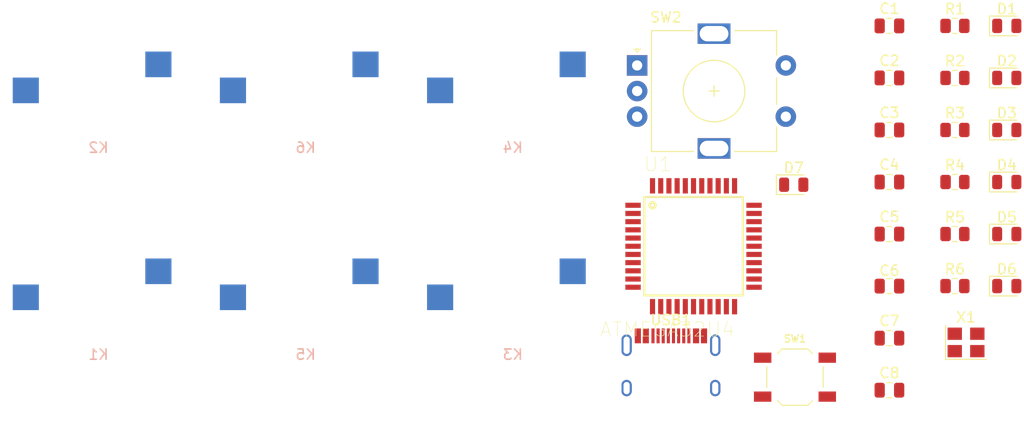
<source format=kicad_pcb>
(kicad_pcb (version 20171130) (host pcbnew "(5.1.9)-1")

  (general
    (thickness 1.6)
    (drawings 0)
    (tracks 0)
    (zones 0)
    (modules 32)
    (nets 50)
  )

  (page A4)
  (layers
    (0 F.Cu signal)
    (31 B.Cu signal)
    (32 B.Adhes user)
    (33 F.Adhes user)
    (34 B.Paste user)
    (35 F.Paste user)
    (36 B.SilkS user)
    (37 F.SilkS user)
    (38 B.Mask user)
    (39 F.Mask user)
    (40 Dwgs.User user)
    (41 Cmts.User user)
    (42 Eco1.User user)
    (43 Eco2.User user)
    (44 Edge.Cuts user)
    (45 Margin user)
    (46 B.CrtYd user)
    (47 F.CrtYd user)
    (48 B.Fab user)
    (49 F.Fab user)
  )

  (setup
    (last_trace_width 0.25)
    (trace_clearance 0.2)
    (zone_clearance 0.508)
    (zone_45_only no)
    (trace_min 0.2)
    (via_size 0.8)
    (via_drill 0.4)
    (via_min_size 0.4)
    (via_min_drill 0.3)
    (uvia_size 0.3)
    (uvia_drill 0.1)
    (uvias_allowed no)
    (uvia_min_size 0.2)
    (uvia_min_drill 0.1)
    (edge_width 0.05)
    (segment_width 0.2)
    (pcb_text_width 0.3)
    (pcb_text_size 1.5 1.5)
    (mod_edge_width 0.12)
    (mod_text_size 1 1)
    (mod_text_width 0.15)
    (pad_size 1.524 1.524)
    (pad_drill 0.762)
    (pad_to_mask_clearance 0)
    (aux_axis_origin 0 0)
    (visible_elements FFFFF77F)
    (pcbplotparams
      (layerselection 0x010fc_ffffffff)
      (usegerberextensions false)
      (usegerberattributes true)
      (usegerberadvancedattributes true)
      (creategerberjobfile true)
      (excludeedgelayer true)
      (linewidth 0.100000)
      (plotframeref false)
      (viasonmask false)
      (mode 1)
      (useauxorigin false)
      (hpglpennumber 1)
      (hpglpenspeed 20)
      (hpglpendiameter 15.000000)
      (psnegative false)
      (psa4output false)
      (plotreference true)
      (plotvalue true)
      (plotinvisibletext false)
      (padsonsilk false)
      (subtractmaskfromsilk false)
      (outputformat 1)
      (mirror false)
      (drillshape 1)
      (scaleselection 1)
      (outputdirectory ""))
  )

  (net 0 "")
  (net 1 +5V)
  (net 2 "Net-(C1-Pad1)")
  (net 3 "Net-(C2-Pad1)")
  (net 4 "Net-(C3-Pad2)")
  (net 5 "Net-(C3-Pad1)")
  (net 6 VCC)
  (net 7 "Net-(D1-Pad2)")
  (net 8 /row0)
  (net 9 "Net-(D2-Pad2)")
  (net 10 /row1)
  (net 11 "Net-(D3-Pad2)")
  (net 12 /row2)
  (net 13 "Net-(D4-Pad2)")
  (net 14 "Net-(D5-Pad2)")
  (net 15 "Net-(D6-Pad2)")
  (net 16 "Net-(D7-Pad2)")
  (net 17 /col0)
  (net 18 /col1)
  (net 19 /col2)
  (net 20 "Net-(R1-Pad1)")
  (net 21 "Net-(R2-Pad2)")
  (net 22 "Net-(R3-Pad2)")
  (net 23 "Net-(R4-Pad2)")
  (net 24 "Net-(R4-Pad1)")
  (net 25 "Net-(R5-Pad2)")
  (net 26 "Net-(R5-Pad1)")
  (net 27 "Net-(R6-Pad2)")
  (net 28 /enc0)
  (net 29 /enc1)
  (net 30 "Net-(U1-Pad42)")
  (net 31 "Net-(U1-Pad30)")
  (net 32 "Net-(U1-Pad29)")
  (net 33 "Net-(U1-Pad28)")
  (net 34 "Net-(U1-Pad27)")
  (net 35 "Net-(U1-Pad26)")
  (net 36 "Net-(U1-Pad25)")
  (net 37 "Net-(U1-Pad22)")
  (net 38 "Net-(U1-Pad21)")
  (net 39 "Net-(U1-Pad20)")
  (net 40 "Net-(U1-Pad19)")
  (net 41 "Net-(U1-Pad18)")
  (net 42 "Net-(U1-Pad12)")
  (net 43 "Net-(U1-Pad11)")
  (net 44 "Net-(U1-Pad10)")
  (net 45 "Net-(U1-Pad9)")
  (net 46 "Net-(U1-Pad8)")
  (net 47 "Net-(U1-Pad1)")
  (net 48 "Net-(USB1-Pad3)")
  (net 49 "Net-(USB1-Pad9)")

  (net_class Default "This is the default net class."
    (clearance 0.2)
    (trace_width 0.25)
    (via_dia 0.8)
    (via_drill 0.4)
    (uvia_dia 0.3)
    (uvia_drill 0.1)
    (add_net +5V)
    (add_net /col0)
    (add_net /col1)
    (add_net /col2)
    (add_net /enc0)
    (add_net /enc1)
    (add_net /row0)
    (add_net /row1)
    (add_net /row2)
    (add_net "Net-(C1-Pad1)")
    (add_net "Net-(C2-Pad1)")
    (add_net "Net-(C3-Pad1)")
    (add_net "Net-(C3-Pad2)")
    (add_net "Net-(D1-Pad2)")
    (add_net "Net-(D2-Pad2)")
    (add_net "Net-(D3-Pad2)")
    (add_net "Net-(D4-Pad2)")
    (add_net "Net-(D5-Pad2)")
    (add_net "Net-(D6-Pad2)")
    (add_net "Net-(D7-Pad2)")
    (add_net "Net-(R1-Pad1)")
    (add_net "Net-(R2-Pad2)")
    (add_net "Net-(R3-Pad2)")
    (add_net "Net-(R4-Pad1)")
    (add_net "Net-(R4-Pad2)")
    (add_net "Net-(R5-Pad1)")
    (add_net "Net-(R5-Pad2)")
    (add_net "Net-(R6-Pad2)")
    (add_net "Net-(U1-Pad1)")
    (add_net "Net-(U1-Pad10)")
    (add_net "Net-(U1-Pad11)")
    (add_net "Net-(U1-Pad12)")
    (add_net "Net-(U1-Pad18)")
    (add_net "Net-(U1-Pad19)")
    (add_net "Net-(U1-Pad20)")
    (add_net "Net-(U1-Pad21)")
    (add_net "Net-(U1-Pad22)")
    (add_net "Net-(U1-Pad25)")
    (add_net "Net-(U1-Pad26)")
    (add_net "Net-(U1-Pad27)")
    (add_net "Net-(U1-Pad28)")
    (add_net "Net-(U1-Pad29)")
    (add_net "Net-(U1-Pad30)")
    (add_net "Net-(U1-Pad42)")
    (add_net "Net-(U1-Pad8)")
    (add_net "Net-(U1-Pad9)")
    (add_net "Net-(USB1-Pad3)")
    (add_net "Net-(USB1-Pad9)")
    (add_net VCC)
  )

  (module Crystal:Crystal_SMD_3225-4Pin_3.2x2.5mm (layer F.Cu) (tedit 5A0FD1B2) (tstamp 605C4C20)
    (at 170.35 76.62)
    (descr "SMD Crystal SERIES SMD3225/4 http://www.txccrystal.com/images/pdf/7m-accuracy.pdf, 3.2x2.5mm^2 package")
    (tags "SMD SMT crystal")
    (path /605DDA5D)
    (attr smd)
    (fp_text reference X1 (at 0 -2.45) (layer F.SilkS)
      (effects (font (size 1 1) (thickness 0.15)))
    )
    (fp_text value XTAL_GND (at 0 2.45) (layer F.Fab)
      (effects (font (size 1 1) (thickness 0.15)))
    )
    (fp_text user %R (at 0 0) (layer F.Fab)
      (effects (font (size 0.7 0.7) (thickness 0.105)))
    )
    (fp_line (start -1.6 -1.25) (end -1.6 1.25) (layer F.Fab) (width 0.1))
    (fp_line (start -1.6 1.25) (end 1.6 1.25) (layer F.Fab) (width 0.1))
    (fp_line (start 1.6 1.25) (end 1.6 -1.25) (layer F.Fab) (width 0.1))
    (fp_line (start 1.6 -1.25) (end -1.6 -1.25) (layer F.Fab) (width 0.1))
    (fp_line (start -1.6 0.25) (end -0.6 1.25) (layer F.Fab) (width 0.1))
    (fp_line (start -2 -1.65) (end -2 1.65) (layer F.SilkS) (width 0.12))
    (fp_line (start -2 1.65) (end 2 1.65) (layer F.SilkS) (width 0.12))
    (fp_line (start -2.1 -1.7) (end -2.1 1.7) (layer F.CrtYd) (width 0.05))
    (fp_line (start -2.1 1.7) (end 2.1 1.7) (layer F.CrtYd) (width 0.05))
    (fp_line (start 2.1 1.7) (end 2.1 -1.7) (layer F.CrtYd) (width 0.05))
    (fp_line (start 2.1 -1.7) (end -2.1 -1.7) (layer F.CrtYd) (width 0.05))
    (pad 4 smd rect (at -1.1 -0.85) (size 1.4 1.2) (layers F.Cu F.Paste F.Mask))
    (pad 3 smd rect (at 1.1 -0.85) (size 1.4 1.2) (layers F.Cu F.Paste F.Mask)
      (net 1 +5V))
    (pad 2 smd rect (at 1.1 0.85) (size 1.4 1.2) (layers F.Cu F.Paste F.Mask)
      (net 3 "Net-(C2-Pad1)"))
    (pad 1 smd rect (at -1.1 0.85) (size 1.4 1.2) (layers F.Cu F.Paste F.Mask)
      (net 2 "Net-(C1-Pad1)"))
    (model ${KISYS3DMOD}/Crystal.3dshapes/Crystal_SMD_3225-4Pin_3.2x2.5mm.wrl
      (at (xyz 0 0 0))
      (scale (xyz 1 1 1))
      (rotate (xyz 0 0 0))
    )
  )

  (module Type-C:HRO-TYPE-C-31-M-12 (layer F.Cu) (tedit 5C42C658) (tstamp 605C4C0C)
    (at 141.574999 83.674999)
    (path /605F4C35)
    (attr smd)
    (fp_text reference USB1 (at 0 -9.25) (layer F.SilkS)
      (effects (font (size 1 1) (thickness 0.15)))
    )
    (fp_text value "TYPE C" (at 0 1.15) (layer Dwgs.User)
      (effects (font (size 1 1) (thickness 0.15)))
    )
    (fp_line (start -4.47 -7.3) (end 4.47 -7.3) (layer Dwgs.User) (width 0.15))
    (fp_line (start 4.47 0) (end 4.47 -7.3) (layer Dwgs.User) (width 0.15))
    (fp_line (start -4.47 0) (end -4.47 -7.3) (layer Dwgs.User) (width 0.15))
    (fp_line (start -4.47 0) (end 4.47 0) (layer Dwgs.User) (width 0.15))
    (pad 12 smd rect (at 3.225 -7.695) (size 0.6 1.45) (layers F.Cu F.Paste F.Mask)
      (net 1 +5V))
    (pad 1 smd rect (at -3.225 -7.695) (size 0.6 1.45) (layers F.Cu F.Paste F.Mask)
      (net 1 +5V))
    (pad 11 smd rect (at 2.45 -7.695) (size 0.6 1.45) (layers F.Cu F.Paste F.Mask)
      (net 6 VCC))
    (pad 2 smd rect (at -2.45 -7.695) (size 0.6 1.45) (layers F.Cu F.Paste F.Mask)
      (net 6 VCC))
    (pad 3 smd rect (at -1.75 -7.695) (size 0.3 1.45) (layers F.Cu F.Paste F.Mask)
      (net 48 "Net-(USB1-Pad3)"))
    (pad 10 smd rect (at 1.75 -7.695) (size 0.3 1.45) (layers F.Cu F.Paste F.Mask)
      (net 22 "Net-(R3-Pad2)"))
    (pad 4 smd rect (at -1.25 -7.695) (size 0.3 1.45) (layers F.Cu F.Paste F.Mask)
      (net 21 "Net-(R2-Pad2)"))
    (pad 9 smd rect (at 1.25 -7.695) (size 0.3 1.45) (layers F.Cu F.Paste F.Mask)
      (net 49 "Net-(USB1-Pad9)"))
    (pad 5 smd rect (at -0.75 -7.695) (size 0.3 1.45) (layers F.Cu F.Paste F.Mask)
      (net 23 "Net-(R4-Pad2)"))
    (pad 8 smd rect (at 0.75 -7.695) (size 0.3 1.45) (layers F.Cu F.Paste F.Mask)
      (net 25 "Net-(R5-Pad2)"))
    (pad 7 smd rect (at 0.25 -7.695) (size 0.3 1.45) (layers F.Cu F.Paste F.Mask)
      (net 23 "Net-(R4-Pad2)"))
    (pad 6 smd rect (at -0.25 -7.695) (size 0.3 1.45) (layers F.Cu F.Paste F.Mask)
      (net 25 "Net-(R5-Pad2)"))
    (pad "" np_thru_hole circle (at 2.89 -6.25) (size 0.65 0.65) (drill 0.65) (layers *.Cu *.Mask))
    (pad "" np_thru_hole circle (at -2.89 -6.25) (size 0.65 0.65) (drill 0.65) (layers *.Cu *.Mask))
    (pad 13 thru_hole oval (at -4.32 -6.78) (size 1 2.1) (drill oval 0.6 1.7) (layers *.Cu B.Mask)
      (net 1 +5V))
    (pad 13 thru_hole oval (at 4.32 -6.78) (size 1 2.1) (drill oval 0.6 1.7) (layers *.Cu B.Mask)
      (net 1 +5V))
    (pad 13 thru_hole oval (at -4.32 -2.6) (size 1 1.6) (drill oval 0.6 1.2) (layers *.Cu B.Mask)
      (net 1 +5V))
    (pad 13 thru_hole oval (at 4.32 -2.6) (size 1 1.6) (drill oval 0.6 1.2) (layers *.Cu B.Mask)
      (net 1 +5V))
  )

  (module Keebio-Parts:ATMEGA32U4-AU (layer F.Cu) (tedit 0) (tstamp 605C4BF2)
    (at 143.78 67.23)
    (path /605DBEBA)
    (solder_mask_margin 0.1)
    (attr smd)
    (fp_text reference U1 (at -3.474 -8.014) (layer F.SilkS)
      (effects (font (size 1.4 1.4) (thickness 0.05)))
    )
    (fp_text value ATMEGA32U4 (at -2.55 8.1261) (layer F.SilkS)
      (effects (font (size 1.4 1.4) (thickness 0.05)))
    )
    (fp_line (start -4.8 -4.8) (end 4.8 -4.8) (layer F.SilkS) (width 0.2032))
    (fp_line (start 4.8 -4.8) (end 4.8 4.8) (layer F.SilkS) (width 0.2032))
    (fp_line (start 4.8 4.8) (end -4.8 4.8) (layer F.SilkS) (width 0.2032))
    (fp_line (start -4.8 4.8) (end -4.8 -4.8) (layer F.SilkS) (width 0.2032))
    (fp_circle (center -4 -4) (end -3.7173 -4) (layer F.SilkS) (width 0.254))
    (fp_line (start -7 -7) (end 7 -7) (layer Dwgs.User) (width 0.05))
    (fp_line (start 7 -7) (end 7 7) (layer Dwgs.User) (width 0.05))
    (fp_line (start 7 7) (end -7 7) (layer Dwgs.User) (width 0.05))
    (fp_line (start -7 7) (end -7 -7) (layer Dwgs.User) (width 0.05))
    (pad 44 smd rect (at -4 -5.9) (size 0.5 1.5) (layers F.Cu F.Paste F.Mask)
      (net 6 VCC) (solder_mask_margin 0.2))
    (pad 43 smd rect (at -3.2 -5.9) (size 0.5 1.5) (layers F.Cu F.Paste F.Mask)
      (net 1 +5V) (solder_mask_margin 0.2))
    (pad 42 smd rect (at -2.4 -5.9) (size 0.5 1.5) (layers F.Cu F.Paste F.Mask)
      (net 30 "Net-(U1-Pad42)") (solder_mask_margin 0.2))
    (pad 41 smd rect (at -1.6 -5.9) (size 0.5 1.5) (layers F.Cu F.Paste F.Mask)
      (net 8 /row0) (solder_mask_margin 0.2))
    (pad 40 smd rect (at -0.8 -5.9) (size 0.5 1.5) (layers F.Cu F.Paste F.Mask)
      (net 10 /row1) (solder_mask_margin 0.2))
    (pad 39 smd rect (at 0 -5.9) (size 0.5 1.5) (layers F.Cu F.Paste F.Mask)
      (net 12 /row2) (solder_mask_margin 0.2))
    (pad 38 smd rect (at 0.8 -5.9) (size 0.5 1.5) (layers F.Cu F.Paste F.Mask)
      (net 17 /col0) (solder_mask_margin 0.2))
    (pad 37 smd rect (at 1.6 -5.9) (size 0.5 1.5) (layers F.Cu F.Paste F.Mask)
      (net 18 /col1) (solder_mask_margin 0.2))
    (pad 36 smd rect (at 2.4 -5.9) (size 0.5 1.5) (layers F.Cu F.Paste F.Mask)
      (net 19 /col2) (solder_mask_margin 0.2))
    (pad 35 smd rect (at 3.2 -5.9) (size 0.5 1.5) (layers F.Cu F.Paste F.Mask)
      (net 1 +5V) (solder_mask_margin 0.2))
    (pad 34 smd rect (at 4 -5.9) (size 0.5 1.5) (layers F.Cu F.Paste F.Mask)
      (net 6 VCC) (solder_mask_margin 0.2))
    (pad 33 smd rect (at 5.9 -4) (size 1.5 0.5) (layers F.Cu F.Paste F.Mask)
      (net 27 "Net-(R6-Pad2)") (solder_mask_margin 0.2))
    (pad 32 smd rect (at 5.9 -3.2) (size 1.5 0.5) (layers F.Cu F.Paste F.Mask)
      (net 28 /enc0) (solder_mask_margin 0.2))
    (pad 31 smd rect (at 5.9 -2.4) (size 1.5 0.5) (layers F.Cu F.Paste F.Mask)
      (net 29 /enc1) (solder_mask_margin 0.2))
    (pad 30 smd rect (at 5.9 -1.6) (size 1.5 0.5) (layers F.Cu F.Paste F.Mask)
      (net 31 "Net-(U1-Pad30)") (solder_mask_margin 0.2))
    (pad 29 smd rect (at 5.9 -0.8) (size 1.5 0.5) (layers F.Cu F.Paste F.Mask)
      (net 32 "Net-(U1-Pad29)") (solder_mask_margin 0.2))
    (pad 28 smd rect (at 5.9 0) (size 1.5 0.5) (layers F.Cu F.Paste F.Mask)
      (net 33 "Net-(U1-Pad28)") (solder_mask_margin 0.2))
    (pad 27 smd rect (at 5.9 0.8) (size 1.5 0.5) (layers F.Cu F.Paste F.Mask)
      (net 34 "Net-(U1-Pad27)") (solder_mask_margin 0.2))
    (pad 26 smd rect (at 5.9 1.6) (size 1.5 0.5) (layers F.Cu F.Paste F.Mask)
      (net 35 "Net-(U1-Pad26)") (solder_mask_margin 0.2))
    (pad 25 smd rect (at 5.9 2.4) (size 1.5 0.5) (layers F.Cu F.Paste F.Mask)
      (net 36 "Net-(U1-Pad25)") (solder_mask_margin 0.2))
    (pad 24 smd rect (at 5.9 3.2) (size 1.5 0.5) (layers F.Cu F.Paste F.Mask)
      (net 6 VCC) (solder_mask_margin 0.2))
    (pad 23 smd rect (at 5.9 4) (size 1.5 0.5) (layers F.Cu F.Paste F.Mask)
      (net 1 +5V) (solder_mask_margin 0.2))
    (pad 22 smd rect (at 4 5.9) (size 0.5 1.5) (layers F.Cu F.Paste F.Mask)
      (net 37 "Net-(U1-Pad22)") (solder_mask_margin 0.2))
    (pad 21 smd rect (at 3.2 5.9) (size 0.5 1.5) (layers F.Cu F.Paste F.Mask)
      (net 38 "Net-(U1-Pad21)") (solder_mask_margin 0.2))
    (pad 20 smd rect (at 2.4 5.9) (size 0.5 1.5) (layers F.Cu F.Paste F.Mask)
      (net 39 "Net-(U1-Pad20)") (solder_mask_margin 0.2))
    (pad 19 smd rect (at 1.6 5.9) (size 0.5 1.5) (layers F.Cu F.Paste F.Mask)
      (net 40 "Net-(U1-Pad19)") (solder_mask_margin 0.2))
    (pad 18 smd rect (at 0.8 5.9) (size 0.5 1.5) (layers F.Cu F.Paste F.Mask)
      (net 41 "Net-(U1-Pad18)") (solder_mask_margin 0.2))
    (pad 17 smd rect (at 0 5.9) (size 0.5 1.5) (layers F.Cu F.Paste F.Mask)
      (net 3 "Net-(C2-Pad1)") (solder_mask_margin 0.2))
    (pad 16 smd rect (at -0.8 5.9) (size 0.5 1.5) (layers F.Cu F.Paste F.Mask)
      (net 2 "Net-(C1-Pad1)") (solder_mask_margin 0.2))
    (pad 15 smd rect (at -1.6 5.9) (size 0.5 1.5) (layers F.Cu F.Paste F.Mask)
      (net 1 +5V) (solder_mask_margin 0.2))
    (pad 14 smd rect (at -2.4 5.9) (size 0.5 1.5) (layers F.Cu F.Paste F.Mask)
      (net 6 VCC) (solder_mask_margin 0.2))
    (pad 13 smd rect (at -3.2 5.9) (size 0.5 1.5) (layers F.Cu F.Paste F.Mask)
      (net 20 "Net-(R1-Pad1)") (solder_mask_margin 0.2))
    (pad 12 smd rect (at -4 5.9) (size 0.5 1.5) (layers F.Cu F.Paste F.Mask)
      (net 42 "Net-(U1-Pad12)") (solder_mask_margin 0.2))
    (pad 11 smd rect (at -5.9 4) (size 1.5 0.5) (layers F.Cu F.Paste F.Mask)
      (net 43 "Net-(U1-Pad11)") (solder_mask_margin 0.2))
    (pad 10 smd rect (at -5.9 3.2) (size 1.5 0.5) (layers F.Cu F.Paste F.Mask)
      (net 44 "Net-(U1-Pad10)") (solder_mask_margin 0.2))
    (pad 9 smd rect (at -5.9 2.4) (size 1.5 0.5) (layers F.Cu F.Paste F.Mask)
      (net 45 "Net-(U1-Pad9)") (solder_mask_margin 0.2))
    (pad 8 smd rect (at -5.9 1.6) (size 1.5 0.5) (layers F.Cu F.Paste F.Mask)
      (net 46 "Net-(U1-Pad8)") (solder_mask_margin 0.2))
    (pad 7 smd rect (at -5.9 0.8) (size 1.5 0.5) (layers F.Cu F.Paste F.Mask)
      (net 6 VCC) (solder_mask_margin 0.2))
    (pad 6 smd rect (at -5.9 0) (size 1.5 0.5) (layers F.Cu F.Paste F.Mask)
      (net 4 "Net-(C3-Pad2)") (solder_mask_margin 0.2))
    (pad 5 smd rect (at -5.9 -0.8) (size 1.5 0.5) (layers F.Cu F.Paste F.Mask)
      (net 5 "Net-(C3-Pad1)") (solder_mask_margin 0.2))
    (pad 4 smd rect (at -5.9 -1.6) (size 1.5 0.5) (layers F.Cu F.Paste F.Mask)
      (net 26 "Net-(R5-Pad1)") (solder_mask_margin 0.2))
    (pad 3 smd rect (at -5.9 -2.4) (size 1.5 0.5) (layers F.Cu F.Paste F.Mask)
      (net 24 "Net-(R4-Pad1)") (solder_mask_margin 0.2))
    (pad 2 smd rect (at -5.9 -3.2) (size 1.5 0.5) (layers F.Cu F.Paste F.Mask)
      (net 6 VCC) (solder_mask_margin 0.2))
    (pad 1 smd rect (at -5.9 -4) (size 1.5 0.5) (layers F.Cu F.Paste F.Mask)
      (net 47 "Net-(U1-Pad1)") (solder_mask_margin 0.2))
  )

  (module Rotary_Encoder:RotaryEncoder_Alps_EC11E-Switch_Vertical_H20mm (layer F.Cu) (tedit 5A74C8CB) (tstamp 605C4BB9)
    (at 138.28 49.58)
    (descr "Alps rotary encoder, EC12E... with switch, vertical shaft, http://www.alps.com/prod/info/E/HTML/Encoder/Incremental/EC11/EC11E15204A3.html")
    (tags "rotary encoder")
    (path /606A67C9)
    (fp_text reference SW2 (at 2.8 -4.7) (layer F.SilkS)
      (effects (font (size 1 1) (thickness 0.15)))
    )
    (fp_text value Rotary_Encoder_Switch (at 7.5 10.4) (layer F.Fab)
      (effects (font (size 1 1) (thickness 0.15)))
    )
    (fp_text user %R (at 11.1 6.3) (layer F.Fab)
      (effects (font (size 1 1) (thickness 0.15)))
    )
    (fp_line (start 7 2.5) (end 8 2.5) (layer F.SilkS) (width 0.12))
    (fp_line (start 7.5 2) (end 7.5 3) (layer F.SilkS) (width 0.12))
    (fp_line (start 13.6 6) (end 13.6 8.4) (layer F.SilkS) (width 0.12))
    (fp_line (start 13.6 1.2) (end 13.6 3.8) (layer F.SilkS) (width 0.12))
    (fp_line (start 13.6 -3.4) (end 13.6 -1) (layer F.SilkS) (width 0.12))
    (fp_line (start 4.5 2.5) (end 10.5 2.5) (layer F.Fab) (width 0.12))
    (fp_line (start 7.5 -0.5) (end 7.5 5.5) (layer F.Fab) (width 0.12))
    (fp_line (start 0.3 -1.6) (end 0 -1.3) (layer F.SilkS) (width 0.12))
    (fp_line (start -0.3 -1.6) (end 0.3 -1.6) (layer F.SilkS) (width 0.12))
    (fp_line (start 0 -1.3) (end -0.3 -1.6) (layer F.SilkS) (width 0.12))
    (fp_line (start 1.4 -3.4) (end 1.4 8.4) (layer F.SilkS) (width 0.12))
    (fp_line (start 5.5 -3.4) (end 1.4 -3.4) (layer F.SilkS) (width 0.12))
    (fp_line (start 5.5 8.4) (end 1.4 8.4) (layer F.SilkS) (width 0.12))
    (fp_line (start 13.6 8.4) (end 9.5 8.4) (layer F.SilkS) (width 0.12))
    (fp_line (start 9.5 -3.4) (end 13.6 -3.4) (layer F.SilkS) (width 0.12))
    (fp_line (start 1.5 -2.2) (end 2.5 -3.3) (layer F.Fab) (width 0.12))
    (fp_line (start 1.5 8.3) (end 1.5 -2.2) (layer F.Fab) (width 0.12))
    (fp_line (start 13.5 8.3) (end 1.5 8.3) (layer F.Fab) (width 0.12))
    (fp_line (start 13.5 -3.3) (end 13.5 8.3) (layer F.Fab) (width 0.12))
    (fp_line (start 2.5 -3.3) (end 13.5 -3.3) (layer F.Fab) (width 0.12))
    (fp_line (start -1.5 -4.6) (end 16 -4.6) (layer F.CrtYd) (width 0.05))
    (fp_line (start -1.5 -4.6) (end -1.5 9.6) (layer F.CrtYd) (width 0.05))
    (fp_line (start 16 9.6) (end 16 -4.6) (layer F.CrtYd) (width 0.05))
    (fp_line (start 16 9.6) (end -1.5 9.6) (layer F.CrtYd) (width 0.05))
    (fp_circle (center 7.5 2.5) (end 10.5 2.5) (layer F.SilkS) (width 0.12))
    (fp_circle (center 7.5 2.5) (end 10.5 2.5) (layer F.Fab) (width 0.12))
    (pad A thru_hole rect (at 0 0) (size 2 2) (drill 1) (layers *.Cu *.Mask)
      (net 28 /enc0))
    (pad C thru_hole circle (at 0 2.5) (size 2 2) (drill 1) (layers *.Cu *.Mask)
      (net 1 +5V))
    (pad B thru_hole circle (at 0 5) (size 2 2) (drill 1) (layers *.Cu *.Mask)
      (net 29 /enc1))
    (pad MP thru_hole rect (at 7.5 -3.1) (size 3.2 2) (drill oval 2.8 1.5) (layers *.Cu *.Mask))
    (pad MP thru_hole rect (at 7.5 8.1) (size 3.2 2) (drill oval 2.8 1.5) (layers *.Cu *.Mask))
    (pad S2 thru_hole circle (at 14.5 0) (size 2 2) (drill 1) (layers *.Cu *.Mask)
      (net 17 /col0))
    (pad S1 thru_hole circle (at 14.5 5) (size 2 2) (drill 1) (layers *.Cu *.Mask)
      (net 11 "Net-(D3-Pad2)"))
    (model ${KISYS3DMOD}/Rotary_Encoder.3dshapes/RotaryEncoder_Alps_EC11E-Switch_Vertical_H20mm.wrl
      (at (xyz 0 0 0))
      (scale (xyz 1 1 1))
      (rotate (xyz 0 0 0))
    )
  )

  (module Keebio-Parts:SW_SPST_TL3342 (layer F.Cu) (tedit 5EA282C8) (tstamp 605C4B93)
    (at 153.67 80.01)
    (descr "Low-profile SMD Tactile Switch, https://www.e-switch.com/system/asset/product_line/data_sheet/165/TL3342.pdf")
    (tags "SPST Tactile Switch")
    (path /605E671E)
    (attr smd)
    (fp_text reference SW1 (at 0 -3.75) (layer F.SilkS)
      (effects (font (size 0.7 0.7) (thickness 0.15)))
    )
    (fp_text value SW_PUSH (at 0 3.75) (layer F.Fab)
      (effects (font (size 1 1) (thickness 0.15)))
    )
    (fp_text user %R (at 0 -3.75) (layer F.Fab)
      (effects (font (size 1 1) (thickness 0.15)))
    )
    (fp_line (start 3.2 2.1) (end 3.2 1.6) (layer F.Fab) (width 0.1))
    (fp_line (start 3.2 -2.1) (end 3.2 -1.6) (layer F.Fab) (width 0.1))
    (fp_line (start -3.2 2.1) (end -3.2 1.6) (layer F.Fab) (width 0.1))
    (fp_line (start -3.2 -2.1) (end -3.2 -1.6) (layer F.Fab) (width 0.1))
    (fp_line (start 2.7 -2.1) (end 2.7 -1.6) (layer F.Fab) (width 0.1))
    (fp_line (start 1.7 -2.1) (end 3.2 -2.1) (layer F.Fab) (width 0.1))
    (fp_line (start 3.2 -1.6) (end 2.2 -1.6) (layer F.Fab) (width 0.1))
    (fp_line (start -2.7 -2.1) (end -2.7 -1.6) (layer F.Fab) (width 0.1))
    (fp_line (start -1.7 -2.1) (end -3.2 -2.1) (layer F.Fab) (width 0.1))
    (fp_line (start -3.2 -1.6) (end -2.2 -1.6) (layer F.Fab) (width 0.1))
    (fp_line (start -2.7 2.1) (end -2.7 1.6) (layer F.Fab) (width 0.1))
    (fp_line (start -3.2 1.6) (end -2.2 1.6) (layer F.Fab) (width 0.1))
    (fp_line (start -1.7 2.1) (end -3.2 2.1) (layer F.Fab) (width 0.1))
    (fp_line (start 1.7 2.1) (end 3.2 2.1) (layer F.Fab) (width 0.1))
    (fp_line (start 2.7 2.1) (end 2.7 1.6) (layer F.Fab) (width 0.1))
    (fp_line (start 3.2 1.6) (end 2.2 1.6) (layer F.Fab) (width 0.1))
    (fp_line (start -1.7 2.3) (end -1.25 2.75) (layer F.SilkS) (width 0.12))
    (fp_line (start 1.7 2.3) (end 1.25 2.75) (layer F.SilkS) (width 0.12))
    (fp_line (start 1.7 -2.3) (end 1.25 -2.75) (layer F.SilkS) (width 0.12))
    (fp_line (start -1.7 -2.3) (end -1.25 -2.75) (layer F.SilkS) (width 0.12))
    (fp_line (start -2 -1) (end -1 -2) (layer F.Fab) (width 0.1))
    (fp_line (start -1 -2) (end 1 -2) (layer F.Fab) (width 0.1))
    (fp_line (start 1 -2) (end 2 -1) (layer F.Fab) (width 0.1))
    (fp_line (start 2 -1) (end 2 1) (layer F.Fab) (width 0.1))
    (fp_line (start 2 1) (end 1 2) (layer F.Fab) (width 0.1))
    (fp_line (start 1 2) (end -1 2) (layer F.Fab) (width 0.1))
    (fp_line (start -1 2) (end -2 1) (layer F.Fab) (width 0.1))
    (fp_line (start -2 1) (end -2 -1) (layer F.Fab) (width 0.1))
    (fp_line (start 2.75 -1) (end 2.75 1) (layer F.SilkS) (width 0.12))
    (fp_line (start -1.25 2.75) (end 1.25 2.75) (layer F.SilkS) (width 0.12))
    (fp_line (start -2.75 -1) (end -2.75 1) (layer F.SilkS) (width 0.12))
    (fp_line (start -1.25 -2.75) (end 1.25 -2.75) (layer F.SilkS) (width 0.12))
    (fp_line (start -2.6 -1.2) (end -2.6 1.2) (layer F.Fab) (width 0.1))
    (fp_line (start -2.6 1.2) (end -1.2 2.6) (layer F.Fab) (width 0.1))
    (fp_line (start -1.2 2.6) (end 1.2 2.6) (layer F.Fab) (width 0.1))
    (fp_line (start 1.2 2.6) (end 2.6 1.2) (layer F.Fab) (width 0.1))
    (fp_line (start 2.6 1.2) (end 2.6 -1.2) (layer F.Fab) (width 0.1))
    (fp_line (start 2.6 -1.2) (end 1.2 -2.6) (layer F.Fab) (width 0.1))
    (fp_line (start 1.2 -2.6) (end -1.2 -2.6) (layer F.Fab) (width 0.1))
    (fp_line (start -1.2 -2.6) (end -2.6 -1.2) (layer F.Fab) (width 0.1))
    (fp_line (start -4.25 -3) (end 4.25 -3) (layer F.CrtYd) (width 0.05))
    (fp_line (start 4.25 -3) (end 4.25 3) (layer F.CrtYd) (width 0.05))
    (fp_line (start 4.25 3) (end -4.25 3) (layer F.CrtYd) (width 0.05))
    (fp_line (start -4.25 3) (end -4.25 -3) (layer F.CrtYd) (width 0.05))
    (fp_circle (center 0 0) (end 1 0) (layer F.Fab) (width 0.1))
    (pad 1 smd rect (at -3.15 -1.9) (size 1.7 1) (layers F.Cu F.Paste F.Mask)
      (net 1 +5V))
    (pad 1 smd rect (at 3.15 -1.9) (size 1.7 1) (layers F.Cu F.Paste F.Mask)
      (net 1 +5V))
    (pad 2 smd rect (at -3.15 1.9) (size 1.7 1) (layers F.Cu F.Paste F.Mask)
      (net 20 "Net-(R1-Pad1)"))
    (pad 2 smd rect (at 3.15 1.9) (size 1.7 1) (layers F.Cu F.Paste F.Mask)
      (net 20 "Net-(R1-Pad1)"))
    (model ${KISYS3DMOD}/Button_Switch_SMD.3dshapes/SW_SPST_TL3342.step
      (at (xyz 0 0 0))
      (scale (xyz 1 1 1))
      (rotate (xyz 0 0 0))
    )
  )

  (module Resistor_SMD:R_0805_2012Metric (layer F.Cu) (tedit 5F68FEEE) (tstamp 605C4B5D)
    (at 169.2675 71.12)
    (descr "Resistor SMD 0805 (2012 Metric), square (rectangular) end terminal, IPC_7351 nominal, (Body size source: IPC-SM-782 page 72, https://www.pcb-3d.com/wordpress/wp-content/uploads/ipc-sm-782a_amendment_1_and_2.pdf), generated with kicad-footprint-generator")
    (tags resistor)
    (path /605EB729)
    (attr smd)
    (fp_text reference R6 (at 0 -1.65) (layer F.SilkS)
      (effects (font (size 1 1) (thickness 0.15)))
    )
    (fp_text value 10k (at 0 1.65) (layer F.Fab)
      (effects (font (size 1 1) (thickness 0.15)))
    )
    (fp_text user %R (at 0 0) (layer F.Fab)
      (effects (font (size 0.5 0.5) (thickness 0.08)))
    )
    (fp_line (start -1 0.625) (end -1 -0.625) (layer F.Fab) (width 0.1))
    (fp_line (start -1 -0.625) (end 1 -0.625) (layer F.Fab) (width 0.1))
    (fp_line (start 1 -0.625) (end 1 0.625) (layer F.Fab) (width 0.1))
    (fp_line (start 1 0.625) (end -1 0.625) (layer F.Fab) (width 0.1))
    (fp_line (start -0.227064 -0.735) (end 0.227064 -0.735) (layer F.SilkS) (width 0.12))
    (fp_line (start -0.227064 0.735) (end 0.227064 0.735) (layer F.SilkS) (width 0.12))
    (fp_line (start -1.68 0.95) (end -1.68 -0.95) (layer F.CrtYd) (width 0.05))
    (fp_line (start -1.68 -0.95) (end 1.68 -0.95) (layer F.CrtYd) (width 0.05))
    (fp_line (start 1.68 -0.95) (end 1.68 0.95) (layer F.CrtYd) (width 0.05))
    (fp_line (start 1.68 0.95) (end -1.68 0.95) (layer F.CrtYd) (width 0.05))
    (pad 2 smd roundrect (at 0.9125 0) (size 1.025 1.4) (layers F.Cu F.Paste F.Mask) (roundrect_rratio 0.243902)
      (net 27 "Net-(R6-Pad2)"))
    (pad 1 smd roundrect (at -0.9125 0) (size 1.025 1.4) (layers F.Cu F.Paste F.Mask) (roundrect_rratio 0.243902)
      (net 6 VCC))
    (model ${KISYS3DMOD}/Resistor_SMD.3dshapes/R_0805_2012Metric.wrl
      (at (xyz 0 0 0))
      (scale (xyz 1 1 1))
      (rotate (xyz 0 0 0))
    )
  )

  (module Resistor_SMD:R_0805_2012Metric (layer F.Cu) (tedit 5F68FEEE) (tstamp 605C4B4C)
    (at 169.2675 66.04)
    (descr "Resistor SMD 0805 (2012 Metric), square (rectangular) end terminal, IPC_7351 nominal, (Body size source: IPC-SM-782 page 72, https://www.pcb-3d.com/wordpress/wp-content/uploads/ipc-sm-782a_amendment_1_and_2.pdf), generated with kicad-footprint-generator")
    (tags resistor)
    (path /6061A788)
    (attr smd)
    (fp_text reference R5 (at 0 -1.65) (layer F.SilkS)
      (effects (font (size 1 1) (thickness 0.15)))
    )
    (fp_text value 22 (at 0 1.65) (layer F.Fab)
      (effects (font (size 1 1) (thickness 0.15)))
    )
    (fp_text user %R (at 0 0) (layer F.Fab)
      (effects (font (size 0.5 0.5) (thickness 0.08)))
    )
    (fp_line (start -1 0.625) (end -1 -0.625) (layer F.Fab) (width 0.1))
    (fp_line (start -1 -0.625) (end 1 -0.625) (layer F.Fab) (width 0.1))
    (fp_line (start 1 -0.625) (end 1 0.625) (layer F.Fab) (width 0.1))
    (fp_line (start 1 0.625) (end -1 0.625) (layer F.Fab) (width 0.1))
    (fp_line (start -0.227064 -0.735) (end 0.227064 -0.735) (layer F.SilkS) (width 0.12))
    (fp_line (start -0.227064 0.735) (end 0.227064 0.735) (layer F.SilkS) (width 0.12))
    (fp_line (start -1.68 0.95) (end -1.68 -0.95) (layer F.CrtYd) (width 0.05))
    (fp_line (start -1.68 -0.95) (end 1.68 -0.95) (layer F.CrtYd) (width 0.05))
    (fp_line (start 1.68 -0.95) (end 1.68 0.95) (layer F.CrtYd) (width 0.05))
    (fp_line (start 1.68 0.95) (end -1.68 0.95) (layer F.CrtYd) (width 0.05))
    (pad 2 smd roundrect (at 0.9125 0) (size 1.025 1.4) (layers F.Cu F.Paste F.Mask) (roundrect_rratio 0.243902)
      (net 25 "Net-(R5-Pad2)"))
    (pad 1 smd roundrect (at -0.9125 0) (size 1.025 1.4) (layers F.Cu F.Paste F.Mask) (roundrect_rratio 0.243902)
      (net 26 "Net-(R5-Pad1)"))
    (model ${KISYS3DMOD}/Resistor_SMD.3dshapes/R_0805_2012Metric.wrl
      (at (xyz 0 0 0))
      (scale (xyz 1 1 1))
      (rotate (xyz 0 0 0))
    )
  )

  (module Resistor_SMD:R_0805_2012Metric (layer F.Cu) (tedit 5F68FEEE) (tstamp 605C4B3B)
    (at 169.2675 60.96)
    (descr "Resistor SMD 0805 (2012 Metric), square (rectangular) end terminal, IPC_7351 nominal, (Body size source: IPC-SM-782 page 72, https://www.pcb-3d.com/wordpress/wp-content/uploads/ipc-sm-782a_amendment_1_and_2.pdf), generated with kicad-footprint-generator")
    (tags resistor)
    (path /60619B98)
    (attr smd)
    (fp_text reference R4 (at 0 -1.65) (layer F.SilkS)
      (effects (font (size 1 1) (thickness 0.15)))
    )
    (fp_text value 22 (at 0 1.65) (layer F.Fab)
      (effects (font (size 1 1) (thickness 0.15)))
    )
    (fp_text user %R (at 0 0) (layer F.Fab)
      (effects (font (size 0.5 0.5) (thickness 0.08)))
    )
    (fp_line (start -1 0.625) (end -1 -0.625) (layer F.Fab) (width 0.1))
    (fp_line (start -1 -0.625) (end 1 -0.625) (layer F.Fab) (width 0.1))
    (fp_line (start 1 -0.625) (end 1 0.625) (layer F.Fab) (width 0.1))
    (fp_line (start 1 0.625) (end -1 0.625) (layer F.Fab) (width 0.1))
    (fp_line (start -0.227064 -0.735) (end 0.227064 -0.735) (layer F.SilkS) (width 0.12))
    (fp_line (start -0.227064 0.735) (end 0.227064 0.735) (layer F.SilkS) (width 0.12))
    (fp_line (start -1.68 0.95) (end -1.68 -0.95) (layer F.CrtYd) (width 0.05))
    (fp_line (start -1.68 -0.95) (end 1.68 -0.95) (layer F.CrtYd) (width 0.05))
    (fp_line (start 1.68 -0.95) (end 1.68 0.95) (layer F.CrtYd) (width 0.05))
    (fp_line (start 1.68 0.95) (end -1.68 0.95) (layer F.CrtYd) (width 0.05))
    (pad 2 smd roundrect (at 0.9125 0) (size 1.025 1.4) (layers F.Cu F.Paste F.Mask) (roundrect_rratio 0.243902)
      (net 23 "Net-(R4-Pad2)"))
    (pad 1 smd roundrect (at -0.9125 0) (size 1.025 1.4) (layers F.Cu F.Paste F.Mask) (roundrect_rratio 0.243902)
      (net 24 "Net-(R4-Pad1)"))
    (model ${KISYS3DMOD}/Resistor_SMD.3dshapes/R_0805_2012Metric.wrl
      (at (xyz 0 0 0))
      (scale (xyz 1 1 1))
      (rotate (xyz 0 0 0))
    )
  )

  (module Resistor_SMD:R_0805_2012Metric (layer F.Cu) (tedit 5F68FEEE) (tstamp 605C4B2A)
    (at 169.2675 55.88)
    (descr "Resistor SMD 0805 (2012 Metric), square (rectangular) end terminal, IPC_7351 nominal, (Body size source: IPC-SM-782 page 72, https://www.pcb-3d.com/wordpress/wp-content/uploads/ipc-sm-782a_amendment_1_and_2.pdf), generated with kicad-footprint-generator")
    (tags resistor)
    (path /60601795)
    (attr smd)
    (fp_text reference R3 (at 0 -1.65) (layer F.SilkS)
      (effects (font (size 1 1) (thickness 0.15)))
    )
    (fp_text value 5.1k (at 0 1.65) (layer F.Fab)
      (effects (font (size 1 1) (thickness 0.15)))
    )
    (fp_text user %R (at 0 0) (layer F.Fab)
      (effects (font (size 0.5 0.5) (thickness 0.08)))
    )
    (fp_line (start -1 0.625) (end -1 -0.625) (layer F.Fab) (width 0.1))
    (fp_line (start -1 -0.625) (end 1 -0.625) (layer F.Fab) (width 0.1))
    (fp_line (start 1 -0.625) (end 1 0.625) (layer F.Fab) (width 0.1))
    (fp_line (start 1 0.625) (end -1 0.625) (layer F.Fab) (width 0.1))
    (fp_line (start -0.227064 -0.735) (end 0.227064 -0.735) (layer F.SilkS) (width 0.12))
    (fp_line (start -0.227064 0.735) (end 0.227064 0.735) (layer F.SilkS) (width 0.12))
    (fp_line (start -1.68 0.95) (end -1.68 -0.95) (layer F.CrtYd) (width 0.05))
    (fp_line (start -1.68 -0.95) (end 1.68 -0.95) (layer F.CrtYd) (width 0.05))
    (fp_line (start 1.68 -0.95) (end 1.68 0.95) (layer F.CrtYd) (width 0.05))
    (fp_line (start 1.68 0.95) (end -1.68 0.95) (layer F.CrtYd) (width 0.05))
    (pad 2 smd roundrect (at 0.9125 0) (size 1.025 1.4) (layers F.Cu F.Paste F.Mask) (roundrect_rratio 0.243902)
      (net 22 "Net-(R3-Pad2)"))
    (pad 1 smd roundrect (at -0.9125 0) (size 1.025 1.4) (layers F.Cu F.Paste F.Mask) (roundrect_rratio 0.243902)
      (net 1 +5V))
    (model ${KISYS3DMOD}/Resistor_SMD.3dshapes/R_0805_2012Metric.wrl
      (at (xyz 0 0 0))
      (scale (xyz 1 1 1))
      (rotate (xyz 0 0 0))
    )
  )

  (module Resistor_SMD:R_0805_2012Metric (layer F.Cu) (tedit 5F68FEEE) (tstamp 605C4B19)
    (at 169.2675 50.8)
    (descr "Resistor SMD 0805 (2012 Metric), square (rectangular) end terminal, IPC_7351 nominal, (Body size source: IPC-SM-782 page 72, https://www.pcb-3d.com/wordpress/wp-content/uploads/ipc-sm-782a_amendment_1_and_2.pdf), generated with kicad-footprint-generator")
    (tags resistor)
    (path /60600F23)
    (attr smd)
    (fp_text reference R2 (at 0 -1.65) (layer F.SilkS)
      (effects (font (size 1 1) (thickness 0.15)))
    )
    (fp_text value 5.1k (at 0 1.65) (layer F.Fab)
      (effects (font (size 1 1) (thickness 0.15)))
    )
    (fp_text user %R (at 0 0) (layer F.Fab)
      (effects (font (size 0.5 0.5) (thickness 0.08)))
    )
    (fp_line (start -1 0.625) (end -1 -0.625) (layer F.Fab) (width 0.1))
    (fp_line (start -1 -0.625) (end 1 -0.625) (layer F.Fab) (width 0.1))
    (fp_line (start 1 -0.625) (end 1 0.625) (layer F.Fab) (width 0.1))
    (fp_line (start 1 0.625) (end -1 0.625) (layer F.Fab) (width 0.1))
    (fp_line (start -0.227064 -0.735) (end 0.227064 -0.735) (layer F.SilkS) (width 0.12))
    (fp_line (start -0.227064 0.735) (end 0.227064 0.735) (layer F.SilkS) (width 0.12))
    (fp_line (start -1.68 0.95) (end -1.68 -0.95) (layer F.CrtYd) (width 0.05))
    (fp_line (start -1.68 -0.95) (end 1.68 -0.95) (layer F.CrtYd) (width 0.05))
    (fp_line (start 1.68 -0.95) (end 1.68 0.95) (layer F.CrtYd) (width 0.05))
    (fp_line (start 1.68 0.95) (end -1.68 0.95) (layer F.CrtYd) (width 0.05))
    (pad 2 smd roundrect (at 0.9125 0) (size 1.025 1.4) (layers F.Cu F.Paste F.Mask) (roundrect_rratio 0.243902)
      (net 21 "Net-(R2-Pad2)"))
    (pad 1 smd roundrect (at -0.9125 0) (size 1.025 1.4) (layers F.Cu F.Paste F.Mask) (roundrect_rratio 0.243902)
      (net 1 +5V))
    (model ${KISYS3DMOD}/Resistor_SMD.3dshapes/R_0805_2012Metric.wrl
      (at (xyz 0 0 0))
      (scale (xyz 1 1 1))
      (rotate (xyz 0 0 0))
    )
  )

  (module Resistor_SMD:R_0805_2012Metric (layer F.Cu) (tedit 5F68FEEE) (tstamp 605C4B08)
    (at 169.2675 45.72)
    (descr "Resistor SMD 0805 (2012 Metric), square (rectangular) end terminal, IPC_7351 nominal, (Body size source: IPC-SM-782 page 72, https://www.pcb-3d.com/wordpress/wp-content/uploads/ipc-sm-782a_amendment_1_and_2.pdf), generated with kicad-footprint-generator")
    (tags resistor)
    (path /605E95FE)
    (attr smd)
    (fp_text reference R1 (at 0 -1.65) (layer F.SilkS)
      (effects (font (size 1 1) (thickness 0.15)))
    )
    (fp_text value 10k (at 0 1.65) (layer F.Fab)
      (effects (font (size 1 1) (thickness 0.15)))
    )
    (fp_text user %R (at 0 0) (layer F.Fab)
      (effects (font (size 0.5 0.5) (thickness 0.08)))
    )
    (fp_line (start -1 0.625) (end -1 -0.625) (layer F.Fab) (width 0.1))
    (fp_line (start -1 -0.625) (end 1 -0.625) (layer F.Fab) (width 0.1))
    (fp_line (start 1 -0.625) (end 1 0.625) (layer F.Fab) (width 0.1))
    (fp_line (start 1 0.625) (end -1 0.625) (layer F.Fab) (width 0.1))
    (fp_line (start -0.227064 -0.735) (end 0.227064 -0.735) (layer F.SilkS) (width 0.12))
    (fp_line (start -0.227064 0.735) (end 0.227064 0.735) (layer F.SilkS) (width 0.12))
    (fp_line (start -1.68 0.95) (end -1.68 -0.95) (layer F.CrtYd) (width 0.05))
    (fp_line (start -1.68 -0.95) (end 1.68 -0.95) (layer F.CrtYd) (width 0.05))
    (fp_line (start 1.68 -0.95) (end 1.68 0.95) (layer F.CrtYd) (width 0.05))
    (fp_line (start 1.68 0.95) (end -1.68 0.95) (layer F.CrtYd) (width 0.05))
    (pad 2 smd roundrect (at 0.9125 0) (size 1.025 1.4) (layers F.Cu F.Paste F.Mask) (roundrect_rratio 0.243902)
      (net 6 VCC))
    (pad 1 smd roundrect (at -0.9125 0) (size 1.025 1.4) (layers F.Cu F.Paste F.Mask) (roundrect_rratio 0.243902)
      (net 20 "Net-(R1-Pad1)"))
    (model ${KISYS3DMOD}/Resistor_SMD.3dshapes/R_0805_2012Metric.wrl
      (at (xyz 0 0 0))
      (scale (xyz 1 1 1))
      (rotate (xyz 0 0 0))
    )
  )

  (module MX_Only:MXOnly-1U-Hotswap (layer F.Cu) (tedit 5BFF7B40) (tstamp 605C4AF7)
    (at 105.955 54.555)
    (path /60657778)
    (attr smd)
    (fp_text reference K6 (at 0 3.048) (layer B.CrtYd)
      (effects (font (size 1 1) (thickness 0.15)) (justify mirror))
    )
    (fp_text value KEYSW (at 0 -7.9375) (layer Dwgs.User)
      (effects (font (size 1 1) (thickness 0.15)))
    )
    (fp_text user %R (at 0 3.048) (layer B.SilkS)
      (effects (font (size 1 1) (thickness 0.15)) (justify mirror))
    )
    (fp_line (start 5 -7) (end 7 -7) (layer Dwgs.User) (width 0.15))
    (fp_line (start 7 -7) (end 7 -5) (layer Dwgs.User) (width 0.15))
    (fp_line (start 5 7) (end 7 7) (layer Dwgs.User) (width 0.15))
    (fp_line (start 7 7) (end 7 5) (layer Dwgs.User) (width 0.15))
    (fp_line (start -7 5) (end -7 7) (layer Dwgs.User) (width 0.15))
    (fp_line (start -7 7) (end -5 7) (layer Dwgs.User) (width 0.15))
    (fp_line (start -5 -7) (end -7 -7) (layer Dwgs.User) (width 0.15))
    (fp_line (start -7 -7) (end -7 -5) (layer Dwgs.User) (width 0.15))
    (fp_line (start -9.525 -9.525) (end 9.525 -9.525) (layer Dwgs.User) (width 0.15))
    (fp_line (start 9.525 -9.525) (end 9.525 9.525) (layer Dwgs.User) (width 0.15))
    (fp_line (start 9.525 9.525) (end -9.525 9.525) (layer Dwgs.User) (width 0.15))
    (fp_line (start -9.525 9.525) (end -9.525 -9.525) (layer Dwgs.User) (width 0.15))
    (fp_circle (center 2.54 -5.08) (end 2.54 -6.604) (layer B.CrtYd) (width 0.15))
    (fp_circle (center -3.81 -2.54) (end -3.81 -4.064) (layer B.CrtYd) (width 0.15))
    (fp_line (start 4.572 -6.35) (end 7.112 -6.35) (layer B.CrtYd) (width 0.15))
    (fp_line (start 7.112 -6.35) (end 7.112 -3.81) (layer B.CrtYd) (width 0.15))
    (fp_line (start 7.112 -3.81) (end 4.572 -3.81) (layer B.CrtYd) (width 0.15))
    (fp_line (start 4.572 -3.81) (end 4.572 -6.35) (layer B.CrtYd) (width 0.15))
    (fp_line (start -5.842 -3.81) (end -8.382 -3.81) (layer B.CrtYd) (width 0.15))
    (fp_line (start -8.382 -3.81) (end -8.382 -1.27) (layer B.CrtYd) (width 0.15))
    (fp_line (start -8.382 -1.27) (end -5.842 -1.27) (layer B.CrtYd) (width 0.15))
    (fp_line (start -5.842 -1.27) (end -5.842 -3.81) (layer B.CrtYd) (width 0.15))
    (pad 2 smd rect (at 5.842 -5.08) (size 2.55 2.5) (layers B.Cu B.Paste B.Mask)
      (net 16 "Net-(D7-Pad2)"))
    (pad 1 smd rect (at -7.085 -2.54) (size 2.55 2.5) (layers B.Cu B.Paste B.Mask)
      (net 19 /col2))
    (pad "" np_thru_hole circle (at 5.08 0 48.0996) (size 1.75 1.75) (drill 1.75) (layers *.Cu *.Mask))
    (pad "" np_thru_hole circle (at -5.08 0 48.0996) (size 1.75 1.75) (drill 1.75) (layers *.Cu *.Mask))
    (pad "" np_thru_hole circle (at -3.81 -2.54) (size 3 3) (drill 3) (layers *.Cu *.Mask))
    (pad "" np_thru_hole circle (at 0 0) (size 3.9878 3.9878) (drill 3.9878) (layers *.Cu *.Mask))
    (pad "" np_thru_hole circle (at 2.54 -5.08) (size 3 3) (drill 3) (layers *.Cu *.Mask))
  )

  (module MX_Only:MXOnly-1U-Hotswap (layer F.Cu) (tedit 5BFF7B40) (tstamp 605C4AD5)
    (at 105.955 74.755)
    (path /6064FBBF)
    (attr smd)
    (fp_text reference K5 (at 0 3.048) (layer B.CrtYd)
      (effects (font (size 1 1) (thickness 0.15)) (justify mirror))
    )
    (fp_text value KEYSW (at 0 -7.9375) (layer Dwgs.User)
      (effects (font (size 1 1) (thickness 0.15)))
    )
    (fp_text user %R (at 0 3.048) (layer B.SilkS)
      (effects (font (size 1 1) (thickness 0.15)) (justify mirror))
    )
    (fp_line (start 5 -7) (end 7 -7) (layer Dwgs.User) (width 0.15))
    (fp_line (start 7 -7) (end 7 -5) (layer Dwgs.User) (width 0.15))
    (fp_line (start 5 7) (end 7 7) (layer Dwgs.User) (width 0.15))
    (fp_line (start 7 7) (end 7 5) (layer Dwgs.User) (width 0.15))
    (fp_line (start -7 5) (end -7 7) (layer Dwgs.User) (width 0.15))
    (fp_line (start -7 7) (end -5 7) (layer Dwgs.User) (width 0.15))
    (fp_line (start -5 -7) (end -7 -7) (layer Dwgs.User) (width 0.15))
    (fp_line (start -7 -7) (end -7 -5) (layer Dwgs.User) (width 0.15))
    (fp_line (start -9.525 -9.525) (end 9.525 -9.525) (layer Dwgs.User) (width 0.15))
    (fp_line (start 9.525 -9.525) (end 9.525 9.525) (layer Dwgs.User) (width 0.15))
    (fp_line (start 9.525 9.525) (end -9.525 9.525) (layer Dwgs.User) (width 0.15))
    (fp_line (start -9.525 9.525) (end -9.525 -9.525) (layer Dwgs.User) (width 0.15))
    (fp_circle (center 2.54 -5.08) (end 2.54 -6.604) (layer B.CrtYd) (width 0.15))
    (fp_circle (center -3.81 -2.54) (end -3.81 -4.064) (layer B.CrtYd) (width 0.15))
    (fp_line (start 4.572 -6.35) (end 7.112 -6.35) (layer B.CrtYd) (width 0.15))
    (fp_line (start 7.112 -6.35) (end 7.112 -3.81) (layer B.CrtYd) (width 0.15))
    (fp_line (start 7.112 -3.81) (end 4.572 -3.81) (layer B.CrtYd) (width 0.15))
    (fp_line (start 4.572 -3.81) (end 4.572 -6.35) (layer B.CrtYd) (width 0.15))
    (fp_line (start -5.842 -3.81) (end -8.382 -3.81) (layer B.CrtYd) (width 0.15))
    (fp_line (start -8.382 -3.81) (end -8.382 -1.27) (layer B.CrtYd) (width 0.15))
    (fp_line (start -8.382 -1.27) (end -5.842 -1.27) (layer B.CrtYd) (width 0.15))
    (fp_line (start -5.842 -1.27) (end -5.842 -3.81) (layer B.CrtYd) (width 0.15))
    (pad 2 smd rect (at 5.842 -5.08) (size 2.55 2.5) (layers B.Cu B.Paste B.Mask)
      (net 15 "Net-(D6-Pad2)"))
    (pad 1 smd rect (at -7.085 -2.54) (size 2.55 2.5) (layers B.Cu B.Paste B.Mask)
      (net 19 /col2))
    (pad "" np_thru_hole circle (at 5.08 0 48.0996) (size 1.75 1.75) (drill 1.75) (layers *.Cu *.Mask))
    (pad "" np_thru_hole circle (at -5.08 0 48.0996) (size 1.75 1.75) (drill 1.75) (layers *.Cu *.Mask))
    (pad "" np_thru_hole circle (at -3.81 -2.54) (size 3 3) (drill 3) (layers *.Cu *.Mask))
    (pad "" np_thru_hole circle (at 0 0) (size 3.9878 3.9878) (drill 3.9878) (layers *.Cu *.Mask))
    (pad "" np_thru_hole circle (at 2.54 -5.08) (size 3 3) (drill 3) (layers *.Cu *.Mask))
  )

  (module MX_Only:MXOnly-1U-Hotswap (layer F.Cu) (tedit 5BFF7B40) (tstamp 605C4AB3)
    (at 126.155 54.555)
    (path /6065547C)
    (attr smd)
    (fp_text reference K4 (at 0 3.048) (layer B.CrtYd)
      (effects (font (size 1 1) (thickness 0.15)) (justify mirror))
    )
    (fp_text value KEYSW (at 0 -7.9375) (layer Dwgs.User)
      (effects (font (size 1 1) (thickness 0.15)))
    )
    (fp_text user %R (at 0 3.048) (layer B.SilkS)
      (effects (font (size 1 1) (thickness 0.15)) (justify mirror))
    )
    (fp_line (start 5 -7) (end 7 -7) (layer Dwgs.User) (width 0.15))
    (fp_line (start 7 -7) (end 7 -5) (layer Dwgs.User) (width 0.15))
    (fp_line (start 5 7) (end 7 7) (layer Dwgs.User) (width 0.15))
    (fp_line (start 7 7) (end 7 5) (layer Dwgs.User) (width 0.15))
    (fp_line (start -7 5) (end -7 7) (layer Dwgs.User) (width 0.15))
    (fp_line (start -7 7) (end -5 7) (layer Dwgs.User) (width 0.15))
    (fp_line (start -5 -7) (end -7 -7) (layer Dwgs.User) (width 0.15))
    (fp_line (start -7 -7) (end -7 -5) (layer Dwgs.User) (width 0.15))
    (fp_line (start -9.525 -9.525) (end 9.525 -9.525) (layer Dwgs.User) (width 0.15))
    (fp_line (start 9.525 -9.525) (end 9.525 9.525) (layer Dwgs.User) (width 0.15))
    (fp_line (start 9.525 9.525) (end -9.525 9.525) (layer Dwgs.User) (width 0.15))
    (fp_line (start -9.525 9.525) (end -9.525 -9.525) (layer Dwgs.User) (width 0.15))
    (fp_circle (center 2.54 -5.08) (end 2.54 -6.604) (layer B.CrtYd) (width 0.15))
    (fp_circle (center -3.81 -2.54) (end -3.81 -4.064) (layer B.CrtYd) (width 0.15))
    (fp_line (start 4.572 -6.35) (end 7.112 -6.35) (layer B.CrtYd) (width 0.15))
    (fp_line (start 7.112 -6.35) (end 7.112 -3.81) (layer B.CrtYd) (width 0.15))
    (fp_line (start 7.112 -3.81) (end 4.572 -3.81) (layer B.CrtYd) (width 0.15))
    (fp_line (start 4.572 -3.81) (end 4.572 -6.35) (layer B.CrtYd) (width 0.15))
    (fp_line (start -5.842 -3.81) (end -8.382 -3.81) (layer B.CrtYd) (width 0.15))
    (fp_line (start -8.382 -3.81) (end -8.382 -1.27) (layer B.CrtYd) (width 0.15))
    (fp_line (start -8.382 -1.27) (end -5.842 -1.27) (layer B.CrtYd) (width 0.15))
    (fp_line (start -5.842 -1.27) (end -5.842 -3.81) (layer B.CrtYd) (width 0.15))
    (pad 2 smd rect (at 5.842 -5.08) (size 2.55 2.5) (layers B.Cu B.Paste B.Mask)
      (net 14 "Net-(D5-Pad2)"))
    (pad 1 smd rect (at -7.085 -2.54) (size 2.55 2.5) (layers B.Cu B.Paste B.Mask)
      (net 18 /col1))
    (pad "" np_thru_hole circle (at 5.08 0 48.0996) (size 1.75 1.75) (drill 1.75) (layers *.Cu *.Mask))
    (pad "" np_thru_hole circle (at -5.08 0 48.0996) (size 1.75 1.75) (drill 1.75) (layers *.Cu *.Mask))
    (pad "" np_thru_hole circle (at -3.81 -2.54) (size 3 3) (drill 3) (layers *.Cu *.Mask))
    (pad "" np_thru_hole circle (at 0 0) (size 3.9878 3.9878) (drill 3.9878) (layers *.Cu *.Mask))
    (pad "" np_thru_hole circle (at 2.54 -5.08) (size 3 3) (drill 3) (layers *.Cu *.Mask))
  )

  (module MX_Only:MXOnly-1U-Hotswap (layer F.Cu) (tedit 5BFF7B40) (tstamp 605C4A91)
    (at 126.155 74.755)
    (path /6064EBE9)
    (attr smd)
    (fp_text reference K3 (at 0 3.048) (layer B.CrtYd)
      (effects (font (size 1 1) (thickness 0.15)) (justify mirror))
    )
    (fp_text value KEYSW (at 0 -7.9375) (layer Dwgs.User)
      (effects (font (size 1 1) (thickness 0.15)))
    )
    (fp_text user %R (at 0 3.048) (layer B.SilkS)
      (effects (font (size 1 1) (thickness 0.15)) (justify mirror))
    )
    (fp_line (start 5 -7) (end 7 -7) (layer Dwgs.User) (width 0.15))
    (fp_line (start 7 -7) (end 7 -5) (layer Dwgs.User) (width 0.15))
    (fp_line (start 5 7) (end 7 7) (layer Dwgs.User) (width 0.15))
    (fp_line (start 7 7) (end 7 5) (layer Dwgs.User) (width 0.15))
    (fp_line (start -7 5) (end -7 7) (layer Dwgs.User) (width 0.15))
    (fp_line (start -7 7) (end -5 7) (layer Dwgs.User) (width 0.15))
    (fp_line (start -5 -7) (end -7 -7) (layer Dwgs.User) (width 0.15))
    (fp_line (start -7 -7) (end -7 -5) (layer Dwgs.User) (width 0.15))
    (fp_line (start -9.525 -9.525) (end 9.525 -9.525) (layer Dwgs.User) (width 0.15))
    (fp_line (start 9.525 -9.525) (end 9.525 9.525) (layer Dwgs.User) (width 0.15))
    (fp_line (start 9.525 9.525) (end -9.525 9.525) (layer Dwgs.User) (width 0.15))
    (fp_line (start -9.525 9.525) (end -9.525 -9.525) (layer Dwgs.User) (width 0.15))
    (fp_circle (center 2.54 -5.08) (end 2.54 -6.604) (layer B.CrtYd) (width 0.15))
    (fp_circle (center -3.81 -2.54) (end -3.81 -4.064) (layer B.CrtYd) (width 0.15))
    (fp_line (start 4.572 -6.35) (end 7.112 -6.35) (layer B.CrtYd) (width 0.15))
    (fp_line (start 7.112 -6.35) (end 7.112 -3.81) (layer B.CrtYd) (width 0.15))
    (fp_line (start 7.112 -3.81) (end 4.572 -3.81) (layer B.CrtYd) (width 0.15))
    (fp_line (start 4.572 -3.81) (end 4.572 -6.35) (layer B.CrtYd) (width 0.15))
    (fp_line (start -5.842 -3.81) (end -8.382 -3.81) (layer B.CrtYd) (width 0.15))
    (fp_line (start -8.382 -3.81) (end -8.382 -1.27) (layer B.CrtYd) (width 0.15))
    (fp_line (start -8.382 -1.27) (end -5.842 -1.27) (layer B.CrtYd) (width 0.15))
    (fp_line (start -5.842 -1.27) (end -5.842 -3.81) (layer B.CrtYd) (width 0.15))
    (pad 2 smd rect (at 5.842 -5.08) (size 2.55 2.5) (layers B.Cu B.Paste B.Mask)
      (net 13 "Net-(D4-Pad2)"))
    (pad 1 smd rect (at -7.085 -2.54) (size 2.55 2.5) (layers B.Cu B.Paste B.Mask)
      (net 18 /col1))
    (pad "" np_thru_hole circle (at 5.08 0 48.0996) (size 1.75 1.75) (drill 1.75) (layers *.Cu *.Mask))
    (pad "" np_thru_hole circle (at -5.08 0 48.0996) (size 1.75 1.75) (drill 1.75) (layers *.Cu *.Mask))
    (pad "" np_thru_hole circle (at -3.81 -2.54) (size 3 3) (drill 3) (layers *.Cu *.Mask))
    (pad "" np_thru_hole circle (at 0 0) (size 3.9878 3.9878) (drill 3.9878) (layers *.Cu *.Mask))
    (pad "" np_thru_hole circle (at 2.54 -5.08) (size 3 3) (drill 3) (layers *.Cu *.Mask))
  )

  (module MX_Only:MXOnly-1U-Hotswap (layer F.Cu) (tedit 5BFF7B40) (tstamp 605C4A6F)
    (at 85.755 54.555)
    (path /606531F8)
    (attr smd)
    (fp_text reference K2 (at 0 3.048) (layer B.CrtYd)
      (effects (font (size 1 1) (thickness 0.15)) (justify mirror))
    )
    (fp_text value KEYSW (at 0 -7.9375) (layer Dwgs.User)
      (effects (font (size 1 1) (thickness 0.15)))
    )
    (fp_text user %R (at 0 3.048) (layer B.SilkS)
      (effects (font (size 1 1) (thickness 0.15)) (justify mirror))
    )
    (fp_line (start 5 -7) (end 7 -7) (layer Dwgs.User) (width 0.15))
    (fp_line (start 7 -7) (end 7 -5) (layer Dwgs.User) (width 0.15))
    (fp_line (start 5 7) (end 7 7) (layer Dwgs.User) (width 0.15))
    (fp_line (start 7 7) (end 7 5) (layer Dwgs.User) (width 0.15))
    (fp_line (start -7 5) (end -7 7) (layer Dwgs.User) (width 0.15))
    (fp_line (start -7 7) (end -5 7) (layer Dwgs.User) (width 0.15))
    (fp_line (start -5 -7) (end -7 -7) (layer Dwgs.User) (width 0.15))
    (fp_line (start -7 -7) (end -7 -5) (layer Dwgs.User) (width 0.15))
    (fp_line (start -9.525 -9.525) (end 9.525 -9.525) (layer Dwgs.User) (width 0.15))
    (fp_line (start 9.525 -9.525) (end 9.525 9.525) (layer Dwgs.User) (width 0.15))
    (fp_line (start 9.525 9.525) (end -9.525 9.525) (layer Dwgs.User) (width 0.15))
    (fp_line (start -9.525 9.525) (end -9.525 -9.525) (layer Dwgs.User) (width 0.15))
    (fp_circle (center 2.54 -5.08) (end 2.54 -6.604) (layer B.CrtYd) (width 0.15))
    (fp_circle (center -3.81 -2.54) (end -3.81 -4.064) (layer B.CrtYd) (width 0.15))
    (fp_line (start 4.572 -6.35) (end 7.112 -6.35) (layer B.CrtYd) (width 0.15))
    (fp_line (start 7.112 -6.35) (end 7.112 -3.81) (layer B.CrtYd) (width 0.15))
    (fp_line (start 7.112 -3.81) (end 4.572 -3.81) (layer B.CrtYd) (width 0.15))
    (fp_line (start 4.572 -3.81) (end 4.572 -6.35) (layer B.CrtYd) (width 0.15))
    (fp_line (start -5.842 -3.81) (end -8.382 -3.81) (layer B.CrtYd) (width 0.15))
    (fp_line (start -8.382 -3.81) (end -8.382 -1.27) (layer B.CrtYd) (width 0.15))
    (fp_line (start -8.382 -1.27) (end -5.842 -1.27) (layer B.CrtYd) (width 0.15))
    (fp_line (start -5.842 -1.27) (end -5.842 -3.81) (layer B.CrtYd) (width 0.15))
    (pad 2 smd rect (at 5.842 -5.08) (size 2.55 2.5) (layers B.Cu B.Paste B.Mask)
      (net 9 "Net-(D2-Pad2)"))
    (pad 1 smd rect (at -7.085 -2.54) (size 2.55 2.5) (layers B.Cu B.Paste B.Mask)
      (net 17 /col0))
    (pad "" np_thru_hole circle (at 5.08 0 48.0996) (size 1.75 1.75) (drill 1.75) (layers *.Cu *.Mask))
    (pad "" np_thru_hole circle (at -5.08 0 48.0996) (size 1.75 1.75) (drill 1.75) (layers *.Cu *.Mask))
    (pad "" np_thru_hole circle (at -3.81 -2.54) (size 3 3) (drill 3) (layers *.Cu *.Mask))
    (pad "" np_thru_hole circle (at 0 0) (size 3.9878 3.9878) (drill 3.9878) (layers *.Cu *.Mask))
    (pad "" np_thru_hole circle (at 2.54 -5.08) (size 3 3) (drill 3) (layers *.Cu *.Mask))
  )

  (module MX_Only:MXOnly-1U-Hotswap (layer F.Cu) (tedit 5BFF7B40) (tstamp 605C4A4D)
    (at 85.755 74.755)
    (path /6064B802)
    (attr smd)
    (fp_text reference K1 (at 0 3.048) (layer B.CrtYd)
      (effects (font (size 1 1) (thickness 0.15)) (justify mirror))
    )
    (fp_text value KEYSW (at 0 -7.9375) (layer Dwgs.User)
      (effects (font (size 1 1) (thickness 0.15)))
    )
    (fp_text user %R (at 0 3.048) (layer B.SilkS)
      (effects (font (size 1 1) (thickness 0.15)) (justify mirror))
    )
    (fp_line (start 5 -7) (end 7 -7) (layer Dwgs.User) (width 0.15))
    (fp_line (start 7 -7) (end 7 -5) (layer Dwgs.User) (width 0.15))
    (fp_line (start 5 7) (end 7 7) (layer Dwgs.User) (width 0.15))
    (fp_line (start 7 7) (end 7 5) (layer Dwgs.User) (width 0.15))
    (fp_line (start -7 5) (end -7 7) (layer Dwgs.User) (width 0.15))
    (fp_line (start -7 7) (end -5 7) (layer Dwgs.User) (width 0.15))
    (fp_line (start -5 -7) (end -7 -7) (layer Dwgs.User) (width 0.15))
    (fp_line (start -7 -7) (end -7 -5) (layer Dwgs.User) (width 0.15))
    (fp_line (start -9.525 -9.525) (end 9.525 -9.525) (layer Dwgs.User) (width 0.15))
    (fp_line (start 9.525 -9.525) (end 9.525 9.525) (layer Dwgs.User) (width 0.15))
    (fp_line (start 9.525 9.525) (end -9.525 9.525) (layer Dwgs.User) (width 0.15))
    (fp_line (start -9.525 9.525) (end -9.525 -9.525) (layer Dwgs.User) (width 0.15))
    (fp_circle (center 2.54 -5.08) (end 2.54 -6.604) (layer B.CrtYd) (width 0.15))
    (fp_circle (center -3.81 -2.54) (end -3.81 -4.064) (layer B.CrtYd) (width 0.15))
    (fp_line (start 4.572 -6.35) (end 7.112 -6.35) (layer B.CrtYd) (width 0.15))
    (fp_line (start 7.112 -6.35) (end 7.112 -3.81) (layer B.CrtYd) (width 0.15))
    (fp_line (start 7.112 -3.81) (end 4.572 -3.81) (layer B.CrtYd) (width 0.15))
    (fp_line (start 4.572 -3.81) (end 4.572 -6.35) (layer B.CrtYd) (width 0.15))
    (fp_line (start -5.842 -3.81) (end -8.382 -3.81) (layer B.CrtYd) (width 0.15))
    (fp_line (start -8.382 -3.81) (end -8.382 -1.27) (layer B.CrtYd) (width 0.15))
    (fp_line (start -8.382 -1.27) (end -5.842 -1.27) (layer B.CrtYd) (width 0.15))
    (fp_line (start -5.842 -1.27) (end -5.842 -3.81) (layer B.CrtYd) (width 0.15))
    (pad 2 smd rect (at 5.842 -5.08) (size 2.55 2.5) (layers B.Cu B.Paste B.Mask)
      (net 7 "Net-(D1-Pad2)"))
    (pad 1 smd rect (at -7.085 -2.54) (size 2.55 2.5) (layers B.Cu B.Paste B.Mask)
      (net 17 /col0))
    (pad "" np_thru_hole circle (at 5.08 0 48.0996) (size 1.75 1.75) (drill 1.75) (layers *.Cu *.Mask))
    (pad "" np_thru_hole circle (at -5.08 0 48.0996) (size 1.75 1.75) (drill 1.75) (layers *.Cu *.Mask))
    (pad "" np_thru_hole circle (at -3.81 -2.54) (size 3 3) (drill 3) (layers *.Cu *.Mask))
    (pad "" np_thru_hole circle (at 0 0) (size 3.9878 3.9878) (drill 3.9878) (layers *.Cu *.Mask))
    (pad "" np_thru_hole circle (at 2.54 -5.08) (size 3 3) (drill 3) (layers *.Cu *.Mask))
  )

  (module Diode_SMD:D_0805_2012Metric (layer F.Cu) (tedit 5F68FEF0) (tstamp 605C4A2B)
    (at 153.55 61.225)
    (descr "Diode SMD 0805 (2012 Metric), square (rectangular) end terminal, IPC_7351 nominal, (Body size source: https://docs.google.com/spreadsheets/d/1BsfQQcO9C6DZCsRaXUlFlo91Tg2WpOkGARC1WS5S8t0/edit?usp=sharing), generated with kicad-footprint-generator")
    (tags diode)
    (path /6065FC4E)
    (attr smd)
    (fp_text reference D7 (at 0 -1.65) (layer F.SilkS)
      (effects (font (size 1 1) (thickness 0.15)))
    )
    (fp_text value D (at 0 1.65) (layer F.Fab)
      (effects (font (size 1 1) (thickness 0.15)))
    )
    (fp_text user %R (at 0 0) (layer F.Fab)
      (effects (font (size 0.5 0.5) (thickness 0.08)))
    )
    (fp_line (start 1 -0.6) (end -0.7 -0.6) (layer F.Fab) (width 0.1))
    (fp_line (start -0.7 -0.6) (end -1 -0.3) (layer F.Fab) (width 0.1))
    (fp_line (start -1 -0.3) (end -1 0.6) (layer F.Fab) (width 0.1))
    (fp_line (start -1 0.6) (end 1 0.6) (layer F.Fab) (width 0.1))
    (fp_line (start 1 0.6) (end 1 -0.6) (layer F.Fab) (width 0.1))
    (fp_line (start 1 -0.96) (end -1.685 -0.96) (layer F.SilkS) (width 0.12))
    (fp_line (start -1.685 -0.96) (end -1.685 0.96) (layer F.SilkS) (width 0.12))
    (fp_line (start -1.685 0.96) (end 1 0.96) (layer F.SilkS) (width 0.12))
    (fp_line (start -1.68 0.95) (end -1.68 -0.95) (layer F.CrtYd) (width 0.05))
    (fp_line (start -1.68 -0.95) (end 1.68 -0.95) (layer F.CrtYd) (width 0.05))
    (fp_line (start 1.68 -0.95) (end 1.68 0.95) (layer F.CrtYd) (width 0.05))
    (fp_line (start 1.68 0.95) (end -1.68 0.95) (layer F.CrtYd) (width 0.05))
    (pad 2 smd roundrect (at 0.9375 0) (size 0.975 1.4) (layers F.Cu F.Paste F.Mask) (roundrect_rratio 0.25)
      (net 16 "Net-(D7-Pad2)"))
    (pad 1 smd roundrect (at -0.9375 0) (size 0.975 1.4) (layers F.Cu F.Paste F.Mask) (roundrect_rratio 0.25)
      (net 10 /row1))
    (model ${KISYS3DMOD}/Diode_SMD.3dshapes/D_0805_2012Metric.wrl
      (at (xyz 0 0 0))
      (scale (xyz 1 1 1))
      (rotate (xyz 0 0 0))
    )
  )

  (module Diode_SMD:D_0805_2012Metric (layer F.Cu) (tedit 5F68FEF0) (tstamp 605C4A18)
    (at 174.3225 71.12)
    (descr "Diode SMD 0805 (2012 Metric), square (rectangular) end terminal, IPC_7351 nominal, (Body size source: https://docs.google.com/spreadsheets/d/1BsfQQcO9C6DZCsRaXUlFlo91Tg2WpOkGARC1WS5S8t0/edit?usp=sharing), generated with kicad-footprint-generator")
    (tags diode)
    (path /6065E00C)
    (attr smd)
    (fp_text reference D6 (at 0 -1.65) (layer F.SilkS)
      (effects (font (size 1 1) (thickness 0.15)))
    )
    (fp_text value D (at 0 1.65) (layer F.Fab)
      (effects (font (size 1 1) (thickness 0.15)))
    )
    (fp_text user %R (at 0 0) (layer F.Fab)
      (effects (font (size 0.5 0.5) (thickness 0.08)))
    )
    (fp_line (start 1 -0.6) (end -0.7 -0.6) (layer F.Fab) (width 0.1))
    (fp_line (start -0.7 -0.6) (end -1 -0.3) (layer F.Fab) (width 0.1))
    (fp_line (start -1 -0.3) (end -1 0.6) (layer F.Fab) (width 0.1))
    (fp_line (start -1 0.6) (end 1 0.6) (layer F.Fab) (width 0.1))
    (fp_line (start 1 0.6) (end 1 -0.6) (layer F.Fab) (width 0.1))
    (fp_line (start 1 -0.96) (end -1.685 -0.96) (layer F.SilkS) (width 0.12))
    (fp_line (start -1.685 -0.96) (end -1.685 0.96) (layer F.SilkS) (width 0.12))
    (fp_line (start -1.685 0.96) (end 1 0.96) (layer F.SilkS) (width 0.12))
    (fp_line (start -1.68 0.95) (end -1.68 -0.95) (layer F.CrtYd) (width 0.05))
    (fp_line (start -1.68 -0.95) (end 1.68 -0.95) (layer F.CrtYd) (width 0.05))
    (fp_line (start 1.68 -0.95) (end 1.68 0.95) (layer F.CrtYd) (width 0.05))
    (fp_line (start 1.68 0.95) (end -1.68 0.95) (layer F.CrtYd) (width 0.05))
    (pad 2 smd roundrect (at 0.9375 0) (size 0.975 1.4) (layers F.Cu F.Paste F.Mask) (roundrect_rratio 0.25)
      (net 15 "Net-(D6-Pad2)"))
    (pad 1 smd roundrect (at -0.9375 0) (size 0.975 1.4) (layers F.Cu F.Paste F.Mask) (roundrect_rratio 0.25)
      (net 8 /row0))
    (model ${KISYS3DMOD}/Diode_SMD.3dshapes/D_0805_2012Metric.wrl
      (at (xyz 0 0 0))
      (scale (xyz 1 1 1))
      (rotate (xyz 0 0 0))
    )
  )

  (module Diode_SMD:D_0805_2012Metric (layer F.Cu) (tedit 5F68FEF0) (tstamp 605C4A05)
    (at 174.3225 66.04)
    (descr "Diode SMD 0805 (2012 Metric), square (rectangular) end terminal, IPC_7351 nominal, (Body size source: https://docs.google.com/spreadsheets/d/1BsfQQcO9C6DZCsRaXUlFlo91Tg2WpOkGARC1WS5S8t0/edit?usp=sharing), generated with kicad-footprint-generator")
    (tags diode)
    (path /6065F319)
    (attr smd)
    (fp_text reference D5 (at 0 -1.65) (layer F.SilkS)
      (effects (font (size 1 1) (thickness 0.15)))
    )
    (fp_text value D (at 0 1.65) (layer F.Fab)
      (effects (font (size 1 1) (thickness 0.15)))
    )
    (fp_text user %R (at 0 0) (layer F.Fab)
      (effects (font (size 0.5 0.5) (thickness 0.08)))
    )
    (fp_line (start 1 -0.6) (end -0.7 -0.6) (layer F.Fab) (width 0.1))
    (fp_line (start -0.7 -0.6) (end -1 -0.3) (layer F.Fab) (width 0.1))
    (fp_line (start -1 -0.3) (end -1 0.6) (layer F.Fab) (width 0.1))
    (fp_line (start -1 0.6) (end 1 0.6) (layer F.Fab) (width 0.1))
    (fp_line (start 1 0.6) (end 1 -0.6) (layer F.Fab) (width 0.1))
    (fp_line (start 1 -0.96) (end -1.685 -0.96) (layer F.SilkS) (width 0.12))
    (fp_line (start -1.685 -0.96) (end -1.685 0.96) (layer F.SilkS) (width 0.12))
    (fp_line (start -1.685 0.96) (end 1 0.96) (layer F.SilkS) (width 0.12))
    (fp_line (start -1.68 0.95) (end -1.68 -0.95) (layer F.CrtYd) (width 0.05))
    (fp_line (start -1.68 -0.95) (end 1.68 -0.95) (layer F.CrtYd) (width 0.05))
    (fp_line (start 1.68 -0.95) (end 1.68 0.95) (layer F.CrtYd) (width 0.05))
    (fp_line (start 1.68 0.95) (end -1.68 0.95) (layer F.CrtYd) (width 0.05))
    (pad 2 smd roundrect (at 0.9375 0) (size 0.975 1.4) (layers F.Cu F.Paste F.Mask) (roundrect_rratio 0.25)
      (net 14 "Net-(D5-Pad2)"))
    (pad 1 smd roundrect (at -0.9375 0) (size 0.975 1.4) (layers F.Cu F.Paste F.Mask) (roundrect_rratio 0.25)
      (net 10 /row1))
    (model ${KISYS3DMOD}/Diode_SMD.3dshapes/D_0805_2012Metric.wrl
      (at (xyz 0 0 0))
      (scale (xyz 1 1 1))
      (rotate (xyz 0 0 0))
    )
  )

  (module Diode_SMD:D_0805_2012Metric (layer F.Cu) (tedit 5F68FEF0) (tstamp 605C49F2)
    (at 174.3225 60.96)
    (descr "Diode SMD 0805 (2012 Metric), square (rectangular) end terminal, IPC_7351 nominal, (Body size source: https://docs.google.com/spreadsheets/d/1BsfQQcO9C6DZCsRaXUlFlo91Tg2WpOkGARC1WS5S8t0/edit?usp=sharing), generated with kicad-footprint-generator")
    (tags diode)
    (path /6065C926)
    (attr smd)
    (fp_text reference D4 (at 0 -1.65) (layer F.SilkS)
      (effects (font (size 1 1) (thickness 0.15)))
    )
    (fp_text value D (at 0 1.65) (layer F.Fab)
      (effects (font (size 1 1) (thickness 0.15)))
    )
    (fp_text user %R (at 0 0) (layer F.Fab)
      (effects (font (size 0.5 0.5) (thickness 0.08)))
    )
    (fp_line (start 1 -0.6) (end -0.7 -0.6) (layer F.Fab) (width 0.1))
    (fp_line (start -0.7 -0.6) (end -1 -0.3) (layer F.Fab) (width 0.1))
    (fp_line (start -1 -0.3) (end -1 0.6) (layer F.Fab) (width 0.1))
    (fp_line (start -1 0.6) (end 1 0.6) (layer F.Fab) (width 0.1))
    (fp_line (start 1 0.6) (end 1 -0.6) (layer F.Fab) (width 0.1))
    (fp_line (start 1 -0.96) (end -1.685 -0.96) (layer F.SilkS) (width 0.12))
    (fp_line (start -1.685 -0.96) (end -1.685 0.96) (layer F.SilkS) (width 0.12))
    (fp_line (start -1.685 0.96) (end 1 0.96) (layer F.SilkS) (width 0.12))
    (fp_line (start -1.68 0.95) (end -1.68 -0.95) (layer F.CrtYd) (width 0.05))
    (fp_line (start -1.68 -0.95) (end 1.68 -0.95) (layer F.CrtYd) (width 0.05))
    (fp_line (start 1.68 -0.95) (end 1.68 0.95) (layer F.CrtYd) (width 0.05))
    (fp_line (start 1.68 0.95) (end -1.68 0.95) (layer F.CrtYd) (width 0.05))
    (pad 2 smd roundrect (at 0.9375 0) (size 0.975 1.4) (layers F.Cu F.Paste F.Mask) (roundrect_rratio 0.25)
      (net 13 "Net-(D4-Pad2)"))
    (pad 1 smd roundrect (at -0.9375 0) (size 0.975 1.4) (layers F.Cu F.Paste F.Mask) (roundrect_rratio 0.25)
      (net 8 /row0))
    (model ${KISYS3DMOD}/Diode_SMD.3dshapes/D_0805_2012Metric.wrl
      (at (xyz 0 0 0))
      (scale (xyz 1 1 1))
      (rotate (xyz 0 0 0))
    )
  )

  (module Diode_SMD:D_0805_2012Metric (layer F.Cu) (tedit 5F68FEF0) (tstamp 605C49DF)
    (at 174.3225 55.88)
    (descr "Diode SMD 0805 (2012 Metric), square (rectangular) end terminal, IPC_7351 nominal, (Body size source: https://docs.google.com/spreadsheets/d/1BsfQQcO9C6DZCsRaXUlFlo91Tg2WpOkGARC1WS5S8t0/edit?usp=sharing), generated with kicad-footprint-generator")
    (tags diode)
    (path /606D05BA)
    (attr smd)
    (fp_text reference D3 (at 0 -1.65) (layer F.SilkS)
      (effects (font (size 1 1) (thickness 0.15)))
    )
    (fp_text value D (at 0 1.65) (layer F.Fab)
      (effects (font (size 1 1) (thickness 0.15)))
    )
    (fp_text user %R (at 0 0) (layer F.Fab)
      (effects (font (size 0.5 0.5) (thickness 0.08)))
    )
    (fp_line (start 1 -0.6) (end -0.7 -0.6) (layer F.Fab) (width 0.1))
    (fp_line (start -0.7 -0.6) (end -1 -0.3) (layer F.Fab) (width 0.1))
    (fp_line (start -1 -0.3) (end -1 0.6) (layer F.Fab) (width 0.1))
    (fp_line (start -1 0.6) (end 1 0.6) (layer F.Fab) (width 0.1))
    (fp_line (start 1 0.6) (end 1 -0.6) (layer F.Fab) (width 0.1))
    (fp_line (start 1 -0.96) (end -1.685 -0.96) (layer F.SilkS) (width 0.12))
    (fp_line (start -1.685 -0.96) (end -1.685 0.96) (layer F.SilkS) (width 0.12))
    (fp_line (start -1.685 0.96) (end 1 0.96) (layer F.SilkS) (width 0.12))
    (fp_line (start -1.68 0.95) (end -1.68 -0.95) (layer F.CrtYd) (width 0.05))
    (fp_line (start -1.68 -0.95) (end 1.68 -0.95) (layer F.CrtYd) (width 0.05))
    (fp_line (start 1.68 -0.95) (end 1.68 0.95) (layer F.CrtYd) (width 0.05))
    (fp_line (start 1.68 0.95) (end -1.68 0.95) (layer F.CrtYd) (width 0.05))
    (pad 2 smd roundrect (at 0.9375 0) (size 0.975 1.4) (layers F.Cu F.Paste F.Mask) (roundrect_rratio 0.25)
      (net 11 "Net-(D3-Pad2)"))
    (pad 1 smd roundrect (at -0.9375 0) (size 0.975 1.4) (layers F.Cu F.Paste F.Mask) (roundrect_rratio 0.25)
      (net 12 /row2))
    (model ${KISYS3DMOD}/Diode_SMD.3dshapes/D_0805_2012Metric.wrl
      (at (xyz 0 0 0))
      (scale (xyz 1 1 1))
      (rotate (xyz 0 0 0))
    )
  )

  (module Diode_SMD:D_0805_2012Metric (layer F.Cu) (tedit 5F68FEF0) (tstamp 605C49CC)
    (at 174.3225 50.8)
    (descr "Diode SMD 0805 (2012 Metric), square (rectangular) end terminal, IPC_7351 nominal, (Body size source: https://docs.google.com/spreadsheets/d/1BsfQQcO9C6DZCsRaXUlFlo91Tg2WpOkGARC1WS5S8t0/edit?usp=sharing), generated with kicad-footprint-generator")
    (tags diode)
    (path /6065E800)
    (attr smd)
    (fp_text reference D2 (at 0 -1.65) (layer F.SilkS)
      (effects (font (size 1 1) (thickness 0.15)))
    )
    (fp_text value D (at 0 1.65) (layer F.Fab)
      (effects (font (size 1 1) (thickness 0.15)))
    )
    (fp_text user %R (at 0 0) (layer F.Fab)
      (effects (font (size 0.5 0.5) (thickness 0.08)))
    )
    (fp_line (start 1 -0.6) (end -0.7 -0.6) (layer F.Fab) (width 0.1))
    (fp_line (start -0.7 -0.6) (end -1 -0.3) (layer F.Fab) (width 0.1))
    (fp_line (start -1 -0.3) (end -1 0.6) (layer F.Fab) (width 0.1))
    (fp_line (start -1 0.6) (end 1 0.6) (layer F.Fab) (width 0.1))
    (fp_line (start 1 0.6) (end 1 -0.6) (layer F.Fab) (width 0.1))
    (fp_line (start 1 -0.96) (end -1.685 -0.96) (layer F.SilkS) (width 0.12))
    (fp_line (start -1.685 -0.96) (end -1.685 0.96) (layer F.SilkS) (width 0.12))
    (fp_line (start -1.685 0.96) (end 1 0.96) (layer F.SilkS) (width 0.12))
    (fp_line (start -1.68 0.95) (end -1.68 -0.95) (layer F.CrtYd) (width 0.05))
    (fp_line (start -1.68 -0.95) (end 1.68 -0.95) (layer F.CrtYd) (width 0.05))
    (fp_line (start 1.68 -0.95) (end 1.68 0.95) (layer F.CrtYd) (width 0.05))
    (fp_line (start 1.68 0.95) (end -1.68 0.95) (layer F.CrtYd) (width 0.05))
    (pad 2 smd roundrect (at 0.9375 0) (size 0.975 1.4) (layers F.Cu F.Paste F.Mask) (roundrect_rratio 0.25)
      (net 9 "Net-(D2-Pad2)"))
    (pad 1 smd roundrect (at -0.9375 0) (size 0.975 1.4) (layers F.Cu F.Paste F.Mask) (roundrect_rratio 0.25)
      (net 10 /row1))
    (model ${KISYS3DMOD}/Diode_SMD.3dshapes/D_0805_2012Metric.wrl
      (at (xyz 0 0 0))
      (scale (xyz 1 1 1))
      (rotate (xyz 0 0 0))
    )
  )

  (module Diode_SMD:D_0805_2012Metric (layer F.Cu) (tedit 5F68FEF0) (tstamp 605C49B9)
    (at 174.3225 45.72)
    (descr "Diode SMD 0805 (2012 Metric), square (rectangular) end terminal, IPC_7351 nominal, (Body size source: https://docs.google.com/spreadsheets/d/1BsfQQcO9C6DZCsRaXUlFlo91Tg2WpOkGARC1WS5S8t0/edit?usp=sharing), generated with kicad-footprint-generator")
    (tags diode)
    (path /60659B46)
    (attr smd)
    (fp_text reference D1 (at 0 -1.65) (layer F.SilkS)
      (effects (font (size 1 1) (thickness 0.15)))
    )
    (fp_text value D (at 0 1.65) (layer F.Fab)
      (effects (font (size 1 1) (thickness 0.15)))
    )
    (fp_text user %R (at 0 0) (layer F.Fab)
      (effects (font (size 0.5 0.5) (thickness 0.08)))
    )
    (fp_line (start 1 -0.6) (end -0.7 -0.6) (layer F.Fab) (width 0.1))
    (fp_line (start -0.7 -0.6) (end -1 -0.3) (layer F.Fab) (width 0.1))
    (fp_line (start -1 -0.3) (end -1 0.6) (layer F.Fab) (width 0.1))
    (fp_line (start -1 0.6) (end 1 0.6) (layer F.Fab) (width 0.1))
    (fp_line (start 1 0.6) (end 1 -0.6) (layer F.Fab) (width 0.1))
    (fp_line (start 1 -0.96) (end -1.685 -0.96) (layer F.SilkS) (width 0.12))
    (fp_line (start -1.685 -0.96) (end -1.685 0.96) (layer F.SilkS) (width 0.12))
    (fp_line (start -1.685 0.96) (end 1 0.96) (layer F.SilkS) (width 0.12))
    (fp_line (start -1.68 0.95) (end -1.68 -0.95) (layer F.CrtYd) (width 0.05))
    (fp_line (start -1.68 -0.95) (end 1.68 -0.95) (layer F.CrtYd) (width 0.05))
    (fp_line (start 1.68 -0.95) (end 1.68 0.95) (layer F.CrtYd) (width 0.05))
    (fp_line (start 1.68 0.95) (end -1.68 0.95) (layer F.CrtYd) (width 0.05))
    (pad 2 smd roundrect (at 0.9375 0) (size 0.975 1.4) (layers F.Cu F.Paste F.Mask) (roundrect_rratio 0.25)
      (net 7 "Net-(D1-Pad2)"))
    (pad 1 smd roundrect (at -0.9375 0) (size 0.975 1.4) (layers F.Cu F.Paste F.Mask) (roundrect_rratio 0.25)
      (net 8 /row0))
    (model ${KISYS3DMOD}/Diode_SMD.3dshapes/D_0805_2012Metric.wrl
      (at (xyz 0 0 0))
      (scale (xyz 1 1 1))
      (rotate (xyz 0 0 0))
    )
  )

  (module Capacitor_SMD:C_0805_2012Metric (layer F.Cu) (tedit 5F68FEEE) (tstamp 605C49A6)
    (at 162.88 81.28)
    (descr "Capacitor SMD 0805 (2012 Metric), square (rectangular) end terminal, IPC_7351 nominal, (Body size source: IPC-SM-782 page 76, https://www.pcb-3d.com/wordpress/wp-content/uploads/ipc-sm-782a_amendment_1_and_2.pdf, https://docs.google.com/spreadsheets/d/1BsfQQcO9C6DZCsRaXUlFlo91Tg2WpOkGARC1WS5S8t0/edit?usp=sharing), generated with kicad-footprint-generator")
    (tags capacitor)
    (path /605E2933)
    (attr smd)
    (fp_text reference C8 (at 0 -1.68) (layer F.SilkS)
      (effects (font (size 1 1) (thickness 0.15)))
    )
    (fp_text value 10u (at 0 1.68) (layer F.Fab)
      (effects (font (size 1 1) (thickness 0.15)))
    )
    (fp_text user %R (at 0 0) (layer F.Fab)
      (effects (font (size 0.5 0.5) (thickness 0.08)))
    )
    (fp_line (start -1 0.625) (end -1 -0.625) (layer F.Fab) (width 0.1))
    (fp_line (start -1 -0.625) (end 1 -0.625) (layer F.Fab) (width 0.1))
    (fp_line (start 1 -0.625) (end 1 0.625) (layer F.Fab) (width 0.1))
    (fp_line (start 1 0.625) (end -1 0.625) (layer F.Fab) (width 0.1))
    (fp_line (start -0.261252 -0.735) (end 0.261252 -0.735) (layer F.SilkS) (width 0.12))
    (fp_line (start -0.261252 0.735) (end 0.261252 0.735) (layer F.SilkS) (width 0.12))
    (fp_line (start -1.7 0.98) (end -1.7 -0.98) (layer F.CrtYd) (width 0.05))
    (fp_line (start -1.7 -0.98) (end 1.7 -0.98) (layer F.CrtYd) (width 0.05))
    (fp_line (start 1.7 -0.98) (end 1.7 0.98) (layer F.CrtYd) (width 0.05))
    (fp_line (start 1.7 0.98) (end -1.7 0.98) (layer F.CrtYd) (width 0.05))
    (pad 2 smd roundrect (at 0.95 0) (size 1 1.45) (layers F.Cu F.Paste F.Mask) (roundrect_rratio 0.25)
      (net 1 +5V))
    (pad 1 smd roundrect (at -0.95 0) (size 1 1.45) (layers F.Cu F.Paste F.Mask) (roundrect_rratio 0.25)
      (net 6 VCC))
    (model ${KISYS3DMOD}/Capacitor_SMD.3dshapes/C_0805_2012Metric.wrl
      (at (xyz 0 0 0))
      (scale (xyz 1 1 1))
      (rotate (xyz 0 0 0))
    )
  )

  (module Capacitor_SMD:C_0805_2012Metric (layer F.Cu) (tedit 5F68FEEE) (tstamp 605C4995)
    (at 162.88 76.2)
    (descr "Capacitor SMD 0805 (2012 Metric), square (rectangular) end terminal, IPC_7351 nominal, (Body size source: IPC-SM-782 page 76, https://www.pcb-3d.com/wordpress/wp-content/uploads/ipc-sm-782a_amendment_1_and_2.pdf, https://docs.google.com/spreadsheets/d/1BsfQQcO9C6DZCsRaXUlFlo91Tg2WpOkGARC1WS5S8t0/edit?usp=sharing), generated with kicad-footprint-generator")
    (tags capacitor)
    (path /605E253A)
    (attr smd)
    (fp_text reference C7 (at 0 -1.68) (layer F.SilkS)
      (effects (font (size 1 1) (thickness 0.15)))
    )
    (fp_text value 0.1u (at 0 1.68) (layer F.Fab)
      (effects (font (size 1 1) (thickness 0.15)))
    )
    (fp_text user %R (at 0 0) (layer F.Fab)
      (effects (font (size 0.5 0.5) (thickness 0.08)))
    )
    (fp_line (start -1 0.625) (end -1 -0.625) (layer F.Fab) (width 0.1))
    (fp_line (start -1 -0.625) (end 1 -0.625) (layer F.Fab) (width 0.1))
    (fp_line (start 1 -0.625) (end 1 0.625) (layer F.Fab) (width 0.1))
    (fp_line (start 1 0.625) (end -1 0.625) (layer F.Fab) (width 0.1))
    (fp_line (start -0.261252 -0.735) (end 0.261252 -0.735) (layer F.SilkS) (width 0.12))
    (fp_line (start -0.261252 0.735) (end 0.261252 0.735) (layer F.SilkS) (width 0.12))
    (fp_line (start -1.7 0.98) (end -1.7 -0.98) (layer F.CrtYd) (width 0.05))
    (fp_line (start -1.7 -0.98) (end 1.7 -0.98) (layer F.CrtYd) (width 0.05))
    (fp_line (start 1.7 -0.98) (end 1.7 0.98) (layer F.CrtYd) (width 0.05))
    (fp_line (start 1.7 0.98) (end -1.7 0.98) (layer F.CrtYd) (width 0.05))
    (pad 2 smd roundrect (at 0.95 0) (size 1 1.45) (layers F.Cu F.Paste F.Mask) (roundrect_rratio 0.25)
      (net 1 +5V))
    (pad 1 smd roundrect (at -0.95 0) (size 1 1.45) (layers F.Cu F.Paste F.Mask) (roundrect_rratio 0.25)
      (net 6 VCC))
    (model ${KISYS3DMOD}/Capacitor_SMD.3dshapes/C_0805_2012Metric.wrl
      (at (xyz 0 0 0))
      (scale (xyz 1 1 1))
      (rotate (xyz 0 0 0))
    )
  )

  (module Capacitor_SMD:C_0805_2012Metric (layer F.Cu) (tedit 5F68FEEE) (tstamp 605C4984)
    (at 162.88 71.12)
    (descr "Capacitor SMD 0805 (2012 Metric), square (rectangular) end terminal, IPC_7351 nominal, (Body size source: IPC-SM-782 page 76, https://www.pcb-3d.com/wordpress/wp-content/uploads/ipc-sm-782a_amendment_1_and_2.pdf, https://docs.google.com/spreadsheets/d/1BsfQQcO9C6DZCsRaXUlFlo91Tg2WpOkGARC1WS5S8t0/edit?usp=sharing), generated with kicad-footprint-generator")
    (tags capacitor)
    (path /605E21AC)
    (attr smd)
    (fp_text reference C6 (at 0 -1.51) (layer F.SilkS)
      (effects (font (size 1 1) (thickness 0.15)))
    )
    (fp_text value 0.1u (at 0 1.68) (layer F.Fab)
      (effects (font (size 1 1) (thickness 0.15)))
    )
    (fp_text user %R (at 0 0) (layer F.Fab)
      (effects (font (size 0.5 0.5) (thickness 0.08)))
    )
    (fp_line (start -1 0.625) (end -1 -0.625) (layer F.Fab) (width 0.1))
    (fp_line (start -1 -0.625) (end 1 -0.625) (layer F.Fab) (width 0.1))
    (fp_line (start 1 -0.625) (end 1 0.625) (layer F.Fab) (width 0.1))
    (fp_line (start 1 0.625) (end -1 0.625) (layer F.Fab) (width 0.1))
    (fp_line (start -0.261252 -0.735) (end 0.261252 -0.735) (layer F.SilkS) (width 0.12))
    (fp_line (start -0.261252 0.735) (end 0.261252 0.735) (layer F.SilkS) (width 0.12))
    (fp_line (start -1.7 0.98) (end -1.7 -0.98) (layer F.CrtYd) (width 0.05))
    (fp_line (start -1.7 -0.98) (end 1.7 -0.98) (layer F.CrtYd) (width 0.05))
    (fp_line (start 1.7 -0.98) (end 1.7 0.98) (layer F.CrtYd) (width 0.05))
    (fp_line (start 1.7 0.98) (end -1.7 0.98) (layer F.CrtYd) (width 0.05))
    (pad 2 smd roundrect (at 0.95 0) (size 1 1.45) (layers F.Cu F.Paste F.Mask) (roundrect_rratio 0.25)
      (net 1 +5V))
    (pad 1 smd roundrect (at -0.95 0) (size 1 1.45) (layers F.Cu F.Paste F.Mask) (roundrect_rratio 0.25)
      (net 6 VCC))
    (model ${KISYS3DMOD}/Capacitor_SMD.3dshapes/C_0805_2012Metric.wrl
      (at (xyz 0 0 0))
      (scale (xyz 1 1 1))
      (rotate (xyz 0 0 0))
    )
  )

  (module Capacitor_SMD:C_0805_2012Metric (layer F.Cu) (tedit 5F68FEEE) (tstamp 605C4973)
    (at 162.88 66.04)
    (descr "Capacitor SMD 0805 (2012 Metric), square (rectangular) end terminal, IPC_7351 nominal, (Body size source: IPC-SM-782 page 76, https://www.pcb-3d.com/wordpress/wp-content/uploads/ipc-sm-782a_amendment_1_and_2.pdf, https://docs.google.com/spreadsheets/d/1BsfQQcO9C6DZCsRaXUlFlo91Tg2WpOkGARC1WS5S8t0/edit?usp=sharing), generated with kicad-footprint-generator")
    (tags capacitor)
    (path /605E2016)
    (attr smd)
    (fp_text reference C5 (at 0 -1.68) (layer F.SilkS)
      (effects (font (size 1 1) (thickness 0.15)))
    )
    (fp_text value 0.1u (at 0 1.68) (layer F.Fab)
      (effects (font (size 1 1) (thickness 0.15)))
    )
    (fp_text user %R (at 0 0) (layer F.Fab)
      (effects (font (size 0.5 0.5) (thickness 0.08)))
    )
    (fp_line (start -1 0.625) (end -1 -0.625) (layer F.Fab) (width 0.1))
    (fp_line (start -1 -0.625) (end 1 -0.625) (layer F.Fab) (width 0.1))
    (fp_line (start 1 -0.625) (end 1 0.625) (layer F.Fab) (width 0.1))
    (fp_line (start 1 0.625) (end -1 0.625) (layer F.Fab) (width 0.1))
    (fp_line (start -0.261252 -0.735) (end 0.261252 -0.735) (layer F.SilkS) (width 0.12))
    (fp_line (start -0.261252 0.735) (end 0.261252 0.735) (layer F.SilkS) (width 0.12))
    (fp_line (start -1.7 0.98) (end -1.7 -0.98) (layer F.CrtYd) (width 0.05))
    (fp_line (start -1.7 -0.98) (end 1.7 -0.98) (layer F.CrtYd) (width 0.05))
    (fp_line (start 1.7 -0.98) (end 1.7 0.98) (layer F.CrtYd) (width 0.05))
    (fp_line (start 1.7 0.98) (end -1.7 0.98) (layer F.CrtYd) (width 0.05))
    (pad 2 smd roundrect (at 0.95 0) (size 1 1.45) (layers F.Cu F.Paste F.Mask) (roundrect_rratio 0.25)
      (net 1 +5V))
    (pad 1 smd roundrect (at -0.95 0) (size 1 1.45) (layers F.Cu F.Paste F.Mask) (roundrect_rratio 0.25)
      (net 6 VCC))
    (model ${KISYS3DMOD}/Capacitor_SMD.3dshapes/C_0805_2012Metric.wrl
      (at (xyz 0 0 0))
      (scale (xyz 1 1 1))
      (rotate (xyz 0 0 0))
    )
  )

  (module Capacitor_SMD:C_0805_2012Metric (layer F.Cu) (tedit 5F68FEEE) (tstamp 605C4962)
    (at 162.88 60.96)
    (descr "Capacitor SMD 0805 (2012 Metric), square (rectangular) end terminal, IPC_7351 nominal, (Body size source: IPC-SM-782 page 76, https://www.pcb-3d.com/wordpress/wp-content/uploads/ipc-sm-782a_amendment_1_and_2.pdf, https://docs.google.com/spreadsheets/d/1BsfQQcO9C6DZCsRaXUlFlo91Tg2WpOkGARC1WS5S8t0/edit?usp=sharing), generated with kicad-footprint-generator")
    (tags capacitor)
    (path /605E1569)
    (attr smd)
    (fp_text reference C4 (at 0 -1.68) (layer F.SilkS)
      (effects (font (size 1 1) (thickness 0.15)))
    )
    (fp_text value 0.1u (at 0 1.68) (layer F.Fab)
      (effects (font (size 1 1) (thickness 0.15)))
    )
    (fp_text user %R (at 0 0) (layer F.Fab)
      (effects (font (size 0.5 0.5) (thickness 0.08)))
    )
    (fp_line (start -1 0.625) (end -1 -0.625) (layer F.Fab) (width 0.1))
    (fp_line (start -1 -0.625) (end 1 -0.625) (layer F.Fab) (width 0.1))
    (fp_line (start 1 -0.625) (end 1 0.625) (layer F.Fab) (width 0.1))
    (fp_line (start 1 0.625) (end -1 0.625) (layer F.Fab) (width 0.1))
    (fp_line (start -0.261252 -0.735) (end 0.261252 -0.735) (layer F.SilkS) (width 0.12))
    (fp_line (start -0.261252 0.735) (end 0.261252 0.735) (layer F.SilkS) (width 0.12))
    (fp_line (start -1.7 0.98) (end -1.7 -0.98) (layer F.CrtYd) (width 0.05))
    (fp_line (start -1.7 -0.98) (end 1.7 -0.98) (layer F.CrtYd) (width 0.05))
    (fp_line (start 1.7 -0.98) (end 1.7 0.98) (layer F.CrtYd) (width 0.05))
    (fp_line (start 1.7 0.98) (end -1.7 0.98) (layer F.CrtYd) (width 0.05))
    (pad 2 smd roundrect (at 0.95 0) (size 1 1.45) (layers F.Cu F.Paste F.Mask) (roundrect_rratio 0.25)
      (net 1 +5V))
    (pad 1 smd roundrect (at -0.95 0) (size 1 1.45) (layers F.Cu F.Paste F.Mask) (roundrect_rratio 0.25)
      (net 6 VCC))
    (model ${KISYS3DMOD}/Capacitor_SMD.3dshapes/C_0805_2012Metric.wrl
      (at (xyz 0 0 0))
      (scale (xyz 1 1 1))
      (rotate (xyz 0 0 0))
    )
  )

  (module Capacitor_SMD:C_0805_2012Metric (layer F.Cu) (tedit 5F68FEEE) (tstamp 605C4951)
    (at 162.88 55.88)
    (descr "Capacitor SMD 0805 (2012 Metric), square (rectangular) end terminal, IPC_7351 nominal, (Body size source: IPC-SM-782 page 76, https://www.pcb-3d.com/wordpress/wp-content/uploads/ipc-sm-782a_amendment_1_and_2.pdf, https://docs.google.com/spreadsheets/d/1BsfQQcO9C6DZCsRaXUlFlo91Tg2WpOkGARC1WS5S8t0/edit?usp=sharing), generated with kicad-footprint-generator")
    (tags capacitor)
    (path /60614881)
    (attr smd)
    (fp_text reference C3 (at 0 -1.68) (layer F.SilkS)
      (effects (font (size 1 1) (thickness 0.15)))
    )
    (fp_text value 1u (at 0 1.68) (layer F.Fab)
      (effects (font (size 1 1) (thickness 0.15)))
    )
    (fp_text user %R (at 0 0) (layer F.Fab)
      (effects (font (size 0.5 0.5) (thickness 0.08)))
    )
    (fp_line (start -1 0.625) (end -1 -0.625) (layer F.Fab) (width 0.1))
    (fp_line (start -1 -0.625) (end 1 -0.625) (layer F.Fab) (width 0.1))
    (fp_line (start 1 -0.625) (end 1 0.625) (layer F.Fab) (width 0.1))
    (fp_line (start 1 0.625) (end -1 0.625) (layer F.Fab) (width 0.1))
    (fp_line (start -0.261252 -0.735) (end 0.261252 -0.735) (layer F.SilkS) (width 0.12))
    (fp_line (start -0.261252 0.735) (end 0.261252 0.735) (layer F.SilkS) (width 0.12))
    (fp_line (start -1.7 0.98) (end -1.7 -0.98) (layer F.CrtYd) (width 0.05))
    (fp_line (start -1.7 -0.98) (end 1.7 -0.98) (layer F.CrtYd) (width 0.05))
    (fp_line (start 1.7 -0.98) (end 1.7 0.98) (layer F.CrtYd) (width 0.05))
    (fp_line (start 1.7 0.98) (end -1.7 0.98) (layer F.CrtYd) (width 0.05))
    (pad 2 smd roundrect (at 0.95 0) (size 1 1.45) (layers F.Cu F.Paste F.Mask) (roundrect_rratio 0.25)
      (net 4 "Net-(C3-Pad2)"))
    (pad 1 smd roundrect (at -0.95 0) (size 1 1.45) (layers F.Cu F.Paste F.Mask) (roundrect_rratio 0.25)
      (net 5 "Net-(C3-Pad1)"))
    (model ${KISYS3DMOD}/Capacitor_SMD.3dshapes/C_0805_2012Metric.wrl
      (at (xyz 0 0 0))
      (scale (xyz 1 1 1))
      (rotate (xyz 0 0 0))
    )
  )

  (module Capacitor_SMD:C_0805_2012Metric (layer F.Cu) (tedit 5F68FEEE) (tstamp 605C4940)
    (at 162.88 50.8)
    (descr "Capacitor SMD 0805 (2012 Metric), square (rectangular) end terminal, IPC_7351 nominal, (Body size source: IPC-SM-782 page 76, https://www.pcb-3d.com/wordpress/wp-content/uploads/ipc-sm-782a_amendment_1_and_2.pdf, https://docs.google.com/spreadsheets/d/1BsfQQcO9C6DZCsRaXUlFlo91Tg2WpOkGARC1WS5S8t0/edit?usp=sharing), generated with kicad-footprint-generator")
    (tags capacitor)
    (path /605DFBA4)
    (attr smd)
    (fp_text reference C2 (at 0 -1.68) (layer F.SilkS)
      (effects (font (size 1 1) (thickness 0.15)))
    )
    (fp_text value 22p (at 0 1.68) (layer F.Fab)
      (effects (font (size 1 1) (thickness 0.15)))
    )
    (fp_text user %R (at 0 0) (layer F.Fab)
      (effects (font (size 0.5 0.5) (thickness 0.08)))
    )
    (fp_line (start -1 0.625) (end -1 -0.625) (layer F.Fab) (width 0.1))
    (fp_line (start -1 -0.625) (end 1 -0.625) (layer F.Fab) (width 0.1))
    (fp_line (start 1 -0.625) (end 1 0.625) (layer F.Fab) (width 0.1))
    (fp_line (start 1 0.625) (end -1 0.625) (layer F.Fab) (width 0.1))
    (fp_line (start -0.261252 -0.735) (end 0.261252 -0.735) (layer F.SilkS) (width 0.12))
    (fp_line (start -0.261252 0.735) (end 0.261252 0.735) (layer F.SilkS) (width 0.12))
    (fp_line (start -1.7 0.98) (end -1.7 -0.98) (layer F.CrtYd) (width 0.05))
    (fp_line (start -1.7 -0.98) (end 1.7 -0.98) (layer F.CrtYd) (width 0.05))
    (fp_line (start 1.7 -0.98) (end 1.7 0.98) (layer F.CrtYd) (width 0.05))
    (fp_line (start 1.7 0.98) (end -1.7 0.98) (layer F.CrtYd) (width 0.05))
    (pad 2 smd roundrect (at 0.95 0) (size 1 1.45) (layers F.Cu F.Paste F.Mask) (roundrect_rratio 0.25)
      (net 1 +5V))
    (pad 1 smd roundrect (at -0.95 0) (size 1 1.45) (layers F.Cu F.Paste F.Mask) (roundrect_rratio 0.25)
      (net 3 "Net-(C2-Pad1)"))
    (model ${KISYS3DMOD}/Capacitor_SMD.3dshapes/C_0805_2012Metric.wrl
      (at (xyz 0 0 0))
      (scale (xyz 1 1 1))
      (rotate (xyz 0 0 0))
    )
  )

  (module Capacitor_SMD:C_0805_2012Metric (layer F.Cu) (tedit 5F68FEEE) (tstamp 605C492F)
    (at 162.88 45.72)
    (descr "Capacitor SMD 0805 (2012 Metric), square (rectangular) end terminal, IPC_7351 nominal, (Body size source: IPC-SM-782 page 76, https://www.pcb-3d.com/wordpress/wp-content/uploads/ipc-sm-782a_amendment_1_and_2.pdf, https://docs.google.com/spreadsheets/d/1BsfQQcO9C6DZCsRaXUlFlo91Tg2WpOkGARC1WS5S8t0/edit?usp=sharing), generated with kicad-footprint-generator")
    (tags capacitor)
    (path /605DF4DF)
    (attr smd)
    (fp_text reference C1 (at 0 -1.68) (layer F.SilkS)
      (effects (font (size 1 1) (thickness 0.15)))
    )
    (fp_text value 22p (at 0 1.68) (layer F.Fab)
      (effects (font (size 1 1) (thickness 0.15)))
    )
    (fp_text user %R (at 0 0) (layer F.Fab)
      (effects (font (size 0.5 0.5) (thickness 0.08)))
    )
    (fp_line (start -1 0.625) (end -1 -0.625) (layer F.Fab) (width 0.1))
    (fp_line (start -1 -0.625) (end 1 -0.625) (layer F.Fab) (width 0.1))
    (fp_line (start 1 -0.625) (end 1 0.625) (layer F.Fab) (width 0.1))
    (fp_line (start 1 0.625) (end -1 0.625) (layer F.Fab) (width 0.1))
    (fp_line (start -0.261252 -0.735) (end 0.261252 -0.735) (layer F.SilkS) (width 0.12))
    (fp_line (start -0.261252 0.735) (end 0.261252 0.735) (layer F.SilkS) (width 0.12))
    (fp_line (start -1.7 0.98) (end -1.7 -0.98) (layer F.CrtYd) (width 0.05))
    (fp_line (start -1.7 -0.98) (end 1.7 -0.98) (layer F.CrtYd) (width 0.05))
    (fp_line (start 1.7 -0.98) (end 1.7 0.98) (layer F.CrtYd) (width 0.05))
    (fp_line (start 1.7 0.98) (end -1.7 0.98) (layer F.CrtYd) (width 0.05))
    (pad 2 smd roundrect (at 0.95 0) (size 1 1.45) (layers F.Cu F.Paste F.Mask) (roundrect_rratio 0.25)
      (net 1 +5V))
    (pad 1 smd roundrect (at -0.95 0) (size 1 1.45) (layers F.Cu F.Paste F.Mask) (roundrect_rratio 0.25)
      (net 2 "Net-(C1-Pad1)"))
    (model ${KISYS3DMOD}/Capacitor_SMD.3dshapes/C_0805_2012Metric.wrl
      (at (xyz 0 0 0))
      (scale (xyz 1 1 1))
      (rotate (xyz 0 0 0))
    )
  )

)

</source>
